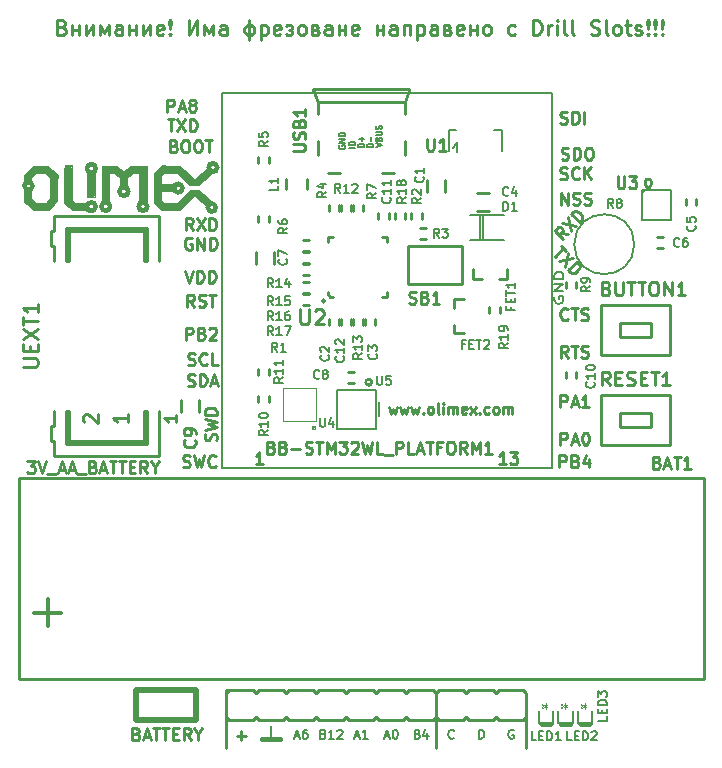
<source format=gbr>
G04 #@! TF.GenerationSoftware,KiCad,Pcbnew,5.1.0-rc2-unknown-036be7d~80~ubuntu16.04.1*
G04 #@! TF.CreationDate,2022-05-16T13:48:37+03:00*
G04 #@! TF.ProjectId,LoRa-STM32WL-DevKit_RevD,4c6f5261-2d53-4544-9d33-32574c2d4465,D*
G04 #@! TF.SameCoordinates,Original*
G04 #@! TF.FileFunction,Legend,Top*
G04 #@! TF.FilePolarity,Positive*
%FSLAX46Y46*%
G04 Gerber Fmt 4.6, Leading zero omitted, Abs format (unit mm)*
G04 Created by KiCad (PCBNEW 5.1.0-rc2-unknown-036be7d~80~ubuntu16.04.1) date 2022-05-16 13:48:37*
%MOMM*%
%LPD*%
G04 APERTURE LIST*
%ADD10C,0.254000*%
%ADD11C,0.222250*%
%ADD12C,0.190500*%
%ADD13C,0.350000*%
%ADD14C,0.400000*%
%ADD15C,0.160000*%
%ADD16C,0.127000*%
%ADD17C,0.100000*%
%ADD18C,0.050000*%
%ADD19C,0.150000*%
%ADD20C,0.508000*%
%ADD21C,0.700000*%
%ADD22C,0.500000*%
%ADD23C,0.200000*%
G04 APERTURE END LIST*
D10*
X55547380Y-117807619D02*
X56176333Y-117807619D01*
X55837666Y-118194666D01*
X55982809Y-118194666D01*
X56079571Y-118243047D01*
X56127952Y-118291428D01*
X56176333Y-118388190D01*
X56176333Y-118630095D01*
X56127952Y-118726857D01*
X56079571Y-118775238D01*
X55982809Y-118823619D01*
X55692523Y-118823619D01*
X55595761Y-118775238D01*
X55547380Y-118726857D01*
X56466619Y-117807619D02*
X56805285Y-118823619D01*
X57143952Y-117807619D01*
X57240714Y-118920380D02*
X58014809Y-118920380D01*
X58208333Y-118533333D02*
X58692142Y-118533333D01*
X58111571Y-118823619D02*
X58450238Y-117807619D01*
X58788904Y-118823619D01*
X59079190Y-118533333D02*
X59563000Y-118533333D01*
X58982428Y-118823619D02*
X59321095Y-117807619D01*
X59659761Y-118823619D01*
X59756523Y-118920380D02*
X60530619Y-118920380D01*
X61111190Y-118291428D02*
X61256333Y-118339809D01*
X61304714Y-118388190D01*
X61353095Y-118484952D01*
X61353095Y-118630095D01*
X61304714Y-118726857D01*
X61256333Y-118775238D01*
X61159571Y-118823619D01*
X60772523Y-118823619D01*
X60772523Y-117807619D01*
X61111190Y-117807619D01*
X61207952Y-117856000D01*
X61256333Y-117904380D01*
X61304714Y-118001142D01*
X61304714Y-118097904D01*
X61256333Y-118194666D01*
X61207952Y-118243047D01*
X61111190Y-118291428D01*
X60772523Y-118291428D01*
X61740142Y-118533333D02*
X62223952Y-118533333D01*
X61643380Y-118823619D02*
X61982047Y-117807619D01*
X62320714Y-118823619D01*
X62514238Y-117807619D02*
X63094809Y-117807619D01*
X62804523Y-118823619D02*
X62804523Y-117807619D01*
X63288333Y-117807619D02*
X63868904Y-117807619D01*
X63578619Y-118823619D02*
X63578619Y-117807619D01*
X64207571Y-118291428D02*
X64546238Y-118291428D01*
X64691380Y-118823619D02*
X64207571Y-118823619D01*
X64207571Y-117807619D01*
X64691380Y-117807619D01*
X65707380Y-118823619D02*
X65368714Y-118339809D01*
X65126809Y-118823619D02*
X65126809Y-117807619D01*
X65513857Y-117807619D01*
X65610619Y-117856000D01*
X65659000Y-117904380D01*
X65707380Y-118001142D01*
X65707380Y-118146285D01*
X65659000Y-118243047D01*
X65610619Y-118291428D01*
X65513857Y-118339809D01*
X65126809Y-118339809D01*
X66336333Y-118339809D02*
X66336333Y-118823619D01*
X65997666Y-117807619D02*
X66336333Y-118339809D01*
X66675000Y-117807619D01*
X79754642Y-114919075D02*
X79756000Y-114935000D01*
X96072476Y-118061619D02*
X95491904Y-118061619D01*
X95782190Y-118061619D02*
X95782190Y-117045619D01*
X95685428Y-117190761D01*
X95588666Y-117287523D01*
X95491904Y-117335904D01*
X96411142Y-117045619D02*
X97040095Y-117045619D01*
X96701428Y-117432666D01*
X96846571Y-117432666D01*
X96943333Y-117481047D01*
X96991714Y-117529428D01*
X97040095Y-117626190D01*
X97040095Y-117868095D01*
X96991714Y-117964857D01*
X96943333Y-118013238D01*
X96846571Y-118061619D01*
X96556285Y-118061619D01*
X96459523Y-118013238D01*
X96411142Y-117964857D01*
D11*
X86190666Y-113220500D02*
X86360000Y-113813166D01*
X86529333Y-113389833D01*
X86698666Y-113813166D01*
X86868000Y-113220500D01*
X87122000Y-113220500D02*
X87291333Y-113813166D01*
X87460666Y-113389833D01*
X87630000Y-113813166D01*
X87799333Y-113220500D01*
X88053333Y-113220500D02*
X88222666Y-113813166D01*
X88392000Y-113389833D01*
X88561333Y-113813166D01*
X88730666Y-113220500D01*
X89069333Y-113728500D02*
X89111666Y-113770833D01*
X89069333Y-113813166D01*
X89027000Y-113770833D01*
X89069333Y-113728500D01*
X89069333Y-113813166D01*
X89619666Y-113813166D02*
X89535000Y-113770833D01*
X89492666Y-113728500D01*
X89450333Y-113643833D01*
X89450333Y-113389833D01*
X89492666Y-113305166D01*
X89535000Y-113262833D01*
X89619666Y-113220500D01*
X89746666Y-113220500D01*
X89831333Y-113262833D01*
X89873666Y-113305166D01*
X89916000Y-113389833D01*
X89916000Y-113643833D01*
X89873666Y-113728500D01*
X89831333Y-113770833D01*
X89746666Y-113813166D01*
X89619666Y-113813166D01*
X90424000Y-113813166D02*
X90339333Y-113770833D01*
X90297000Y-113686166D01*
X90297000Y-112924166D01*
X90762666Y-113813166D02*
X90762666Y-113220500D01*
X90762666Y-112924166D02*
X90720333Y-112966500D01*
X90762666Y-113008833D01*
X90805000Y-112966500D01*
X90762666Y-112924166D01*
X90762666Y-113008833D01*
X91186000Y-113813166D02*
X91186000Y-113220500D01*
X91186000Y-113305166D02*
X91228333Y-113262833D01*
X91313000Y-113220500D01*
X91440000Y-113220500D01*
X91524666Y-113262833D01*
X91567000Y-113347500D01*
X91567000Y-113813166D01*
X91567000Y-113347500D02*
X91609333Y-113262833D01*
X91694000Y-113220500D01*
X91821000Y-113220500D01*
X91905666Y-113262833D01*
X91948000Y-113347500D01*
X91948000Y-113813166D01*
X92710000Y-113770833D02*
X92625333Y-113813166D01*
X92456000Y-113813166D01*
X92371333Y-113770833D01*
X92329000Y-113686166D01*
X92329000Y-113347500D01*
X92371333Y-113262833D01*
X92456000Y-113220500D01*
X92625333Y-113220500D01*
X92710000Y-113262833D01*
X92752333Y-113347500D01*
X92752333Y-113432166D01*
X92329000Y-113516833D01*
X93048666Y-113813166D02*
X93514333Y-113220500D01*
X93048666Y-113220500D02*
X93514333Y-113813166D01*
X93853000Y-113728500D02*
X93895333Y-113770833D01*
X93853000Y-113813166D01*
X93810666Y-113770833D01*
X93853000Y-113728500D01*
X93853000Y-113813166D01*
X94657333Y-113770833D02*
X94572666Y-113813166D01*
X94403333Y-113813166D01*
X94318666Y-113770833D01*
X94276333Y-113728500D01*
X94234000Y-113643833D01*
X94234000Y-113389833D01*
X94276333Y-113305166D01*
X94318666Y-113262833D01*
X94403333Y-113220500D01*
X94572666Y-113220500D01*
X94657333Y-113262833D01*
X95165333Y-113813166D02*
X95080666Y-113770833D01*
X95038333Y-113728500D01*
X94996000Y-113643833D01*
X94996000Y-113389833D01*
X95038333Y-113305166D01*
X95080666Y-113262833D01*
X95165333Y-113220500D01*
X95292333Y-113220500D01*
X95377000Y-113262833D01*
X95419333Y-113305166D01*
X95461666Y-113389833D01*
X95461666Y-113643833D01*
X95419333Y-113728500D01*
X95377000Y-113770833D01*
X95292333Y-113813166D01*
X95165333Y-113813166D01*
X95842666Y-113813166D02*
X95842666Y-113220500D01*
X95842666Y-113305166D02*
X95885000Y-113262833D01*
X95969666Y-113220500D01*
X96096666Y-113220500D01*
X96181333Y-113262833D01*
X96223666Y-113347500D01*
X96223666Y-113813166D01*
X96223666Y-113347500D02*
X96266000Y-113262833D01*
X96350666Y-113220500D01*
X96477666Y-113220500D01*
X96562333Y-113262833D01*
X96604666Y-113347500D01*
X96604666Y-113813166D01*
D12*
X100203000Y-103898095D02*
X100166714Y-103994857D01*
X100166714Y-104140000D01*
X100203000Y-104285142D01*
X100275571Y-104381904D01*
X100348142Y-104430285D01*
X100493285Y-104478666D01*
X100602142Y-104478666D01*
X100747285Y-104430285D01*
X100819857Y-104381904D01*
X100892428Y-104285142D01*
X100928714Y-104140000D01*
X100928714Y-104043238D01*
X100892428Y-103898095D01*
X100856142Y-103849714D01*
X100602142Y-103849714D01*
X100602142Y-104043238D01*
X100928714Y-103414285D02*
X100166714Y-103414285D01*
X100928714Y-102833714D01*
X100166714Y-102833714D01*
X100928714Y-102349904D02*
X100166714Y-102349904D01*
X100166714Y-102108000D01*
X100203000Y-101962857D01*
X100275571Y-101866095D01*
X100348142Y-101817714D01*
X100493285Y-101769333D01*
X100602142Y-101769333D01*
X100747285Y-101817714D01*
X100819857Y-101866095D01*
X100892428Y-101962857D01*
X100928714Y-102108000D01*
X100928714Y-102349904D01*
D10*
X75474285Y-118061619D02*
X74893714Y-118061619D01*
X75184000Y-118061619D02*
X75184000Y-117045619D01*
X75087238Y-117190761D01*
X74990476Y-117287523D01*
X74893714Y-117335904D01*
X100777523Y-92232238D02*
X100922666Y-92280619D01*
X101164571Y-92280619D01*
X101261333Y-92232238D01*
X101309714Y-92183857D01*
X101358095Y-92087095D01*
X101358095Y-91990333D01*
X101309714Y-91893571D01*
X101261333Y-91845190D01*
X101164571Y-91796809D01*
X100971047Y-91748428D01*
X100874285Y-91700047D01*
X100825904Y-91651666D01*
X100777523Y-91554904D01*
X100777523Y-91458142D01*
X100825904Y-91361380D01*
X100874285Y-91313000D01*
X100971047Y-91264619D01*
X101212952Y-91264619D01*
X101358095Y-91313000D01*
X101793523Y-92280619D02*
X101793523Y-91264619D01*
X102035428Y-91264619D01*
X102180571Y-91313000D01*
X102277333Y-91409761D01*
X102325714Y-91506523D01*
X102374095Y-91700047D01*
X102374095Y-91845190D01*
X102325714Y-92038714D01*
X102277333Y-92135476D01*
X102180571Y-92232238D01*
X102035428Y-92280619D01*
X101793523Y-92280619D01*
X103003047Y-91264619D02*
X103196571Y-91264619D01*
X103293333Y-91313000D01*
X103390095Y-91409761D01*
X103438476Y-91603285D01*
X103438476Y-91941952D01*
X103390095Y-92135476D01*
X103293333Y-92232238D01*
X103196571Y-92280619D01*
X103003047Y-92280619D01*
X102906285Y-92232238D01*
X102809523Y-92135476D01*
X102761142Y-91941952D01*
X102761142Y-91603285D01*
X102809523Y-91409761D01*
X102906285Y-91313000D01*
X103003047Y-91264619D01*
X100686809Y-89184238D02*
X100831952Y-89232619D01*
X101073857Y-89232619D01*
X101170619Y-89184238D01*
X101219000Y-89135857D01*
X101267380Y-89039095D01*
X101267380Y-88942333D01*
X101219000Y-88845571D01*
X101170619Y-88797190D01*
X101073857Y-88748809D01*
X100880333Y-88700428D01*
X100783571Y-88652047D01*
X100735190Y-88603666D01*
X100686809Y-88506904D01*
X100686809Y-88410142D01*
X100735190Y-88313380D01*
X100783571Y-88265000D01*
X100880333Y-88216619D01*
X101122238Y-88216619D01*
X101267380Y-88265000D01*
X101702809Y-89232619D02*
X101702809Y-88216619D01*
X101944714Y-88216619D01*
X102089857Y-88265000D01*
X102186619Y-88361761D01*
X102235000Y-88458523D01*
X102283380Y-88652047D01*
X102283380Y-88797190D01*
X102235000Y-88990714D01*
X102186619Y-89087476D01*
X102089857Y-89184238D01*
X101944714Y-89232619D01*
X101702809Y-89232619D01*
X102718809Y-89232619D02*
X102718809Y-88216619D01*
X100674714Y-93883238D02*
X100819857Y-93931619D01*
X101061761Y-93931619D01*
X101158523Y-93883238D01*
X101206904Y-93834857D01*
X101255285Y-93738095D01*
X101255285Y-93641333D01*
X101206904Y-93544571D01*
X101158523Y-93496190D01*
X101061761Y-93447809D01*
X100868238Y-93399428D01*
X100771476Y-93351047D01*
X100723095Y-93302666D01*
X100674714Y-93205904D01*
X100674714Y-93109142D01*
X100723095Y-93012380D01*
X100771476Y-92964000D01*
X100868238Y-92915619D01*
X101110142Y-92915619D01*
X101255285Y-92964000D01*
X102271285Y-93834857D02*
X102222904Y-93883238D01*
X102077761Y-93931619D01*
X101981000Y-93931619D01*
X101835857Y-93883238D01*
X101739095Y-93786476D01*
X101690714Y-93689714D01*
X101642333Y-93496190D01*
X101642333Y-93351047D01*
X101690714Y-93157523D01*
X101739095Y-93060761D01*
X101835857Y-92964000D01*
X101981000Y-92915619D01*
X102077761Y-92915619D01*
X102222904Y-92964000D01*
X102271285Y-93012380D01*
X102706714Y-93931619D02*
X102706714Y-92915619D01*
X103287285Y-93931619D02*
X102851857Y-93351047D01*
X103287285Y-92915619D02*
X102706714Y-93496190D01*
X100723095Y-96090619D02*
X100723095Y-95074619D01*
X101303666Y-96090619D01*
X101303666Y-95074619D01*
X101739095Y-96042238D02*
X101884238Y-96090619D01*
X102126142Y-96090619D01*
X102222904Y-96042238D01*
X102271285Y-95993857D01*
X102319666Y-95897095D01*
X102319666Y-95800333D01*
X102271285Y-95703571D01*
X102222904Y-95655190D01*
X102126142Y-95606809D01*
X101932619Y-95558428D01*
X101835857Y-95510047D01*
X101787476Y-95461666D01*
X101739095Y-95364904D01*
X101739095Y-95268142D01*
X101787476Y-95171380D01*
X101835857Y-95123000D01*
X101932619Y-95074619D01*
X102174523Y-95074619D01*
X102319666Y-95123000D01*
X102706714Y-96042238D02*
X102851857Y-96090619D01*
X103093761Y-96090619D01*
X103190523Y-96042238D01*
X103238904Y-95993857D01*
X103287285Y-95897095D01*
X103287285Y-95800333D01*
X103238904Y-95703571D01*
X103190523Y-95655190D01*
X103093761Y-95606809D01*
X102900238Y-95558428D01*
X102803476Y-95510047D01*
X102755095Y-95461666D01*
X102706714Y-95364904D01*
X102706714Y-95268142D01*
X102755095Y-95171380D01*
X102803476Y-95123000D01*
X102900238Y-95074619D01*
X103142142Y-95074619D01*
X103287285Y-95123000D01*
X101319052Y-98593946D02*
X100737474Y-98491315D01*
X100908526Y-99004472D02*
X100190106Y-98286052D01*
X100463790Y-98012368D01*
X100566421Y-97978157D01*
X100634842Y-97978157D01*
X100737474Y-98012368D01*
X100840105Y-98114999D01*
X100874316Y-98217631D01*
X100874316Y-98286052D01*
X100840105Y-98388683D01*
X100566421Y-98662367D01*
X100840105Y-97636052D02*
X102037473Y-97875526D01*
X101319052Y-97157105D02*
X101558526Y-98354473D01*
X102311157Y-97601842D02*
X101592736Y-96883421D01*
X101763789Y-96712369D01*
X101900631Y-96643948D01*
X102037473Y-96643948D01*
X102140104Y-96678158D01*
X102311157Y-96780790D01*
X102413788Y-96883421D01*
X102516420Y-97054474D01*
X102550630Y-97157105D01*
X102550630Y-97293947D01*
X102482209Y-97430789D01*
X102311157Y-97601842D01*
X100731242Y-99588801D02*
X101141768Y-99999327D01*
X100218085Y-100512484D02*
X100936505Y-99794064D01*
X101312820Y-100170379D02*
X101073347Y-101367746D01*
X101791767Y-100649326D02*
X100594400Y-100888799D01*
X101347031Y-101641430D02*
X102065451Y-100923010D01*
X102236504Y-101094062D01*
X102304925Y-101230904D01*
X102304925Y-101367746D01*
X102270714Y-101470378D01*
X102168083Y-101641430D01*
X102065451Y-101744062D01*
X101894399Y-101846693D01*
X101791767Y-101880904D01*
X101654925Y-101880904D01*
X101518083Y-101812483D01*
X101347031Y-101641430D01*
X100668666Y-116410619D02*
X100668666Y-115394619D01*
X101055714Y-115394619D01*
X101152476Y-115443000D01*
X101200857Y-115491380D01*
X101249238Y-115588142D01*
X101249238Y-115733285D01*
X101200857Y-115830047D01*
X101152476Y-115878428D01*
X101055714Y-115926809D01*
X100668666Y-115926809D01*
X101636285Y-116120333D02*
X102120095Y-116120333D01*
X101539523Y-116410619D02*
X101878190Y-115394619D01*
X102216857Y-116410619D01*
X102749047Y-115394619D02*
X102845809Y-115394619D01*
X102942571Y-115443000D01*
X102990952Y-115491380D01*
X103039333Y-115588142D01*
X103087714Y-115781666D01*
X103087714Y-116023571D01*
X103039333Y-116217095D01*
X102990952Y-116313857D01*
X102942571Y-116362238D01*
X102845809Y-116410619D01*
X102749047Y-116410619D01*
X102652285Y-116362238D01*
X102603904Y-116313857D01*
X102555523Y-116217095D01*
X102507142Y-116023571D01*
X102507142Y-115781666D01*
X102555523Y-115588142D01*
X102603904Y-115491380D01*
X102652285Y-115443000D01*
X102749047Y-115394619D01*
X100668666Y-113235619D02*
X100668666Y-112219619D01*
X101055714Y-112219619D01*
X101152476Y-112268000D01*
X101200857Y-112316380D01*
X101249238Y-112413142D01*
X101249238Y-112558285D01*
X101200857Y-112655047D01*
X101152476Y-112703428D01*
X101055714Y-112751809D01*
X100668666Y-112751809D01*
X101636285Y-112945333D02*
X102120095Y-112945333D01*
X101539523Y-113235619D02*
X101878190Y-112219619D01*
X102216857Y-113235619D01*
X103087714Y-113235619D02*
X102507142Y-113235619D01*
X102797428Y-113235619D02*
X102797428Y-112219619D01*
X102700666Y-112364761D01*
X102603904Y-112461523D01*
X102507142Y-112509904D01*
X101297619Y-109044619D02*
X100958952Y-108560809D01*
X100717047Y-109044619D02*
X100717047Y-108028619D01*
X101104095Y-108028619D01*
X101200857Y-108077000D01*
X101249238Y-108125380D01*
X101297619Y-108222142D01*
X101297619Y-108367285D01*
X101249238Y-108464047D01*
X101200857Y-108512428D01*
X101104095Y-108560809D01*
X100717047Y-108560809D01*
X101587904Y-108028619D02*
X102168476Y-108028619D01*
X101878190Y-109044619D02*
X101878190Y-108028619D01*
X102458761Y-108996238D02*
X102603904Y-109044619D01*
X102845809Y-109044619D01*
X102942571Y-108996238D01*
X102990952Y-108947857D01*
X103039333Y-108851095D01*
X103039333Y-108754333D01*
X102990952Y-108657571D01*
X102942571Y-108609190D01*
X102845809Y-108560809D01*
X102652285Y-108512428D01*
X102555523Y-108464047D01*
X102507142Y-108415666D01*
X102458761Y-108318904D01*
X102458761Y-108222142D01*
X102507142Y-108125380D01*
X102555523Y-108077000D01*
X102652285Y-108028619D01*
X102894190Y-108028619D01*
X103039333Y-108077000D01*
X67394666Y-88216619D02*
X67394666Y-87200619D01*
X67781714Y-87200619D01*
X67878476Y-87249000D01*
X67926857Y-87297380D01*
X67975238Y-87394142D01*
X67975238Y-87539285D01*
X67926857Y-87636047D01*
X67878476Y-87684428D01*
X67781714Y-87732809D01*
X67394666Y-87732809D01*
X68362285Y-87926333D02*
X68846095Y-87926333D01*
X68265523Y-88216619D02*
X68604190Y-87200619D01*
X68942857Y-88216619D01*
X69426666Y-87636047D02*
X69329904Y-87587666D01*
X69281523Y-87539285D01*
X69233142Y-87442523D01*
X69233142Y-87394142D01*
X69281523Y-87297380D01*
X69329904Y-87249000D01*
X69426666Y-87200619D01*
X69620190Y-87200619D01*
X69716952Y-87249000D01*
X69765333Y-87297380D01*
X69813714Y-87394142D01*
X69813714Y-87442523D01*
X69765333Y-87539285D01*
X69716952Y-87587666D01*
X69620190Y-87636047D01*
X69426666Y-87636047D01*
X69329904Y-87684428D01*
X69281523Y-87732809D01*
X69233142Y-87829571D01*
X69233142Y-88023095D01*
X69281523Y-88119857D01*
X69329904Y-88168238D01*
X69426666Y-88216619D01*
X69620190Y-88216619D01*
X69716952Y-88168238D01*
X69765333Y-88119857D01*
X69813714Y-88023095D01*
X69813714Y-87829571D01*
X69765333Y-87732809D01*
X69716952Y-87684428D01*
X69620190Y-87636047D01*
X67424904Y-88851619D02*
X68005476Y-88851619D01*
X67715190Y-89867619D02*
X67715190Y-88851619D01*
X68247380Y-88851619D02*
X68924714Y-89867619D01*
X68924714Y-88851619D02*
X68247380Y-89867619D01*
X69311761Y-89867619D02*
X69311761Y-88851619D01*
X69553666Y-88851619D01*
X69698809Y-88900000D01*
X69795571Y-88996761D01*
X69843952Y-89093523D01*
X69892333Y-89287047D01*
X69892333Y-89432190D01*
X69843952Y-89625714D01*
X69795571Y-89722476D01*
X69698809Y-89819238D01*
X69553666Y-89867619D01*
X69311761Y-89867619D01*
X67963142Y-91113428D02*
X68108285Y-91161809D01*
X68156666Y-91210190D01*
X68205047Y-91306952D01*
X68205047Y-91452095D01*
X68156666Y-91548857D01*
X68108285Y-91597238D01*
X68011523Y-91645619D01*
X67624476Y-91645619D01*
X67624476Y-90629619D01*
X67963142Y-90629619D01*
X68059904Y-90678000D01*
X68108285Y-90726380D01*
X68156666Y-90823142D01*
X68156666Y-90919904D01*
X68108285Y-91016666D01*
X68059904Y-91065047D01*
X67963142Y-91113428D01*
X67624476Y-91113428D01*
X68834000Y-90629619D02*
X69027523Y-90629619D01*
X69124285Y-90678000D01*
X69221047Y-90774761D01*
X69269428Y-90968285D01*
X69269428Y-91306952D01*
X69221047Y-91500476D01*
X69124285Y-91597238D01*
X69027523Y-91645619D01*
X68834000Y-91645619D01*
X68737238Y-91597238D01*
X68640476Y-91500476D01*
X68592095Y-91306952D01*
X68592095Y-90968285D01*
X68640476Y-90774761D01*
X68737238Y-90678000D01*
X68834000Y-90629619D01*
X69898380Y-90629619D02*
X70091904Y-90629619D01*
X70188666Y-90678000D01*
X70285428Y-90774761D01*
X70333809Y-90968285D01*
X70333809Y-91306952D01*
X70285428Y-91500476D01*
X70188666Y-91597238D01*
X70091904Y-91645619D01*
X69898380Y-91645619D01*
X69801619Y-91597238D01*
X69704857Y-91500476D01*
X69656476Y-91306952D01*
X69656476Y-90968285D01*
X69704857Y-90774761D01*
X69801619Y-90678000D01*
X69898380Y-90629619D01*
X70624095Y-90629619D02*
X71204666Y-90629619D01*
X70914380Y-91645619D02*
X70914380Y-90629619D01*
X69553666Y-98249619D02*
X69215000Y-97765809D01*
X68973095Y-98249619D02*
X68973095Y-97233619D01*
X69360142Y-97233619D01*
X69456904Y-97282000D01*
X69505285Y-97330380D01*
X69553666Y-97427142D01*
X69553666Y-97572285D01*
X69505285Y-97669047D01*
X69456904Y-97717428D01*
X69360142Y-97765809D01*
X68973095Y-97765809D01*
X69892333Y-97233619D02*
X70569666Y-98249619D01*
X70569666Y-97233619D02*
X69892333Y-98249619D01*
X70956714Y-98249619D02*
X70956714Y-97233619D01*
X71198619Y-97233619D01*
X71343761Y-97282000D01*
X71440523Y-97378761D01*
X71488904Y-97475523D01*
X71537285Y-97669047D01*
X71537285Y-97814190D01*
X71488904Y-98007714D01*
X71440523Y-98104476D01*
X71343761Y-98201238D01*
X71198619Y-98249619D01*
X70956714Y-98249619D01*
X101297619Y-105772857D02*
X101249238Y-105821238D01*
X101104095Y-105869619D01*
X101007333Y-105869619D01*
X100862190Y-105821238D01*
X100765428Y-105724476D01*
X100717047Y-105627714D01*
X100668666Y-105434190D01*
X100668666Y-105289047D01*
X100717047Y-105095523D01*
X100765428Y-104998761D01*
X100862190Y-104902000D01*
X101007333Y-104853619D01*
X101104095Y-104853619D01*
X101249238Y-104902000D01*
X101297619Y-104950380D01*
X101587904Y-104853619D02*
X102168476Y-104853619D01*
X101878190Y-105869619D02*
X101878190Y-104853619D01*
X102458761Y-105821238D02*
X102603904Y-105869619D01*
X102845809Y-105869619D01*
X102942571Y-105821238D01*
X102990952Y-105772857D01*
X103039333Y-105676095D01*
X103039333Y-105579333D01*
X102990952Y-105482571D01*
X102942571Y-105434190D01*
X102845809Y-105385809D01*
X102652285Y-105337428D01*
X102555523Y-105289047D01*
X102507142Y-105240666D01*
X102458761Y-105143904D01*
X102458761Y-105047142D01*
X102507142Y-104950380D01*
X102555523Y-104902000D01*
X102652285Y-104853619D01*
X102894190Y-104853619D01*
X103039333Y-104902000D01*
X69456904Y-98933000D02*
X69360142Y-98884619D01*
X69215000Y-98884619D01*
X69069857Y-98933000D01*
X68973095Y-99029761D01*
X68924714Y-99126523D01*
X68876333Y-99320047D01*
X68876333Y-99465190D01*
X68924714Y-99658714D01*
X68973095Y-99755476D01*
X69069857Y-99852238D01*
X69215000Y-99900619D01*
X69311761Y-99900619D01*
X69456904Y-99852238D01*
X69505285Y-99803857D01*
X69505285Y-99465190D01*
X69311761Y-99465190D01*
X69940714Y-99900619D02*
X69940714Y-98884619D01*
X70521285Y-99900619D01*
X70521285Y-98884619D01*
X71005095Y-99900619D02*
X71005095Y-98884619D01*
X71247000Y-98884619D01*
X71392142Y-98933000D01*
X71488904Y-99029761D01*
X71537285Y-99126523D01*
X71585666Y-99320047D01*
X71585666Y-99465190D01*
X71537285Y-99658714D01*
X71488904Y-99755476D01*
X71392142Y-99852238D01*
X71247000Y-99900619D01*
X71005095Y-99900619D01*
X68876333Y-101678619D02*
X69215000Y-102694619D01*
X69553666Y-101678619D01*
X69892333Y-102694619D02*
X69892333Y-101678619D01*
X70134238Y-101678619D01*
X70279380Y-101727000D01*
X70376142Y-101823761D01*
X70424523Y-101920523D01*
X70472904Y-102114047D01*
X70472904Y-102259190D01*
X70424523Y-102452714D01*
X70376142Y-102549476D01*
X70279380Y-102646238D01*
X70134238Y-102694619D01*
X69892333Y-102694619D01*
X70908333Y-102694619D02*
X70908333Y-101678619D01*
X71150238Y-101678619D01*
X71295380Y-101727000D01*
X71392142Y-101823761D01*
X71440523Y-101920523D01*
X71488904Y-102114047D01*
X71488904Y-102259190D01*
X71440523Y-102452714D01*
X71392142Y-102549476D01*
X71295380Y-102646238D01*
X71150238Y-102694619D01*
X70908333Y-102694619D01*
X69674619Y-104726619D02*
X69335952Y-104242809D01*
X69094047Y-104726619D02*
X69094047Y-103710619D01*
X69481095Y-103710619D01*
X69577857Y-103759000D01*
X69626238Y-103807380D01*
X69674619Y-103904142D01*
X69674619Y-104049285D01*
X69626238Y-104146047D01*
X69577857Y-104194428D01*
X69481095Y-104242809D01*
X69094047Y-104242809D01*
X70061666Y-104678238D02*
X70206809Y-104726619D01*
X70448714Y-104726619D01*
X70545476Y-104678238D01*
X70593857Y-104629857D01*
X70642238Y-104533095D01*
X70642238Y-104436333D01*
X70593857Y-104339571D01*
X70545476Y-104291190D01*
X70448714Y-104242809D01*
X70255190Y-104194428D01*
X70158428Y-104146047D01*
X70110047Y-104097666D01*
X70061666Y-104000904D01*
X70061666Y-103904142D01*
X70110047Y-103807380D01*
X70158428Y-103759000D01*
X70255190Y-103710619D01*
X70497095Y-103710619D01*
X70642238Y-103759000D01*
X70932523Y-103710619D02*
X71513095Y-103710619D01*
X71222809Y-104726619D02*
X71222809Y-103710619D01*
X68973095Y-107520619D02*
X68973095Y-106504619D01*
X69360142Y-106504619D01*
X69456904Y-106553000D01*
X69505285Y-106601380D01*
X69553666Y-106698142D01*
X69553666Y-106843285D01*
X69505285Y-106940047D01*
X69456904Y-106988428D01*
X69360142Y-107036809D01*
X68973095Y-107036809D01*
X70327761Y-106988428D02*
X70472904Y-107036809D01*
X70521285Y-107085190D01*
X70569666Y-107181952D01*
X70569666Y-107327095D01*
X70521285Y-107423857D01*
X70472904Y-107472238D01*
X70376142Y-107520619D01*
X69989095Y-107520619D01*
X69989095Y-106504619D01*
X70327761Y-106504619D01*
X70424523Y-106553000D01*
X70472904Y-106601380D01*
X70521285Y-106698142D01*
X70521285Y-106794904D01*
X70472904Y-106891666D01*
X70424523Y-106940047D01*
X70327761Y-106988428D01*
X69989095Y-106988428D01*
X70956714Y-106601380D02*
X71005095Y-106553000D01*
X71101857Y-106504619D01*
X71343761Y-106504619D01*
X71440523Y-106553000D01*
X71488904Y-106601380D01*
X71537285Y-106698142D01*
X71537285Y-106794904D01*
X71488904Y-106940047D01*
X70908333Y-107520619D01*
X71537285Y-107520619D01*
X69148476Y-109631238D02*
X69293619Y-109679619D01*
X69535523Y-109679619D01*
X69632285Y-109631238D01*
X69680666Y-109582857D01*
X69729047Y-109486095D01*
X69729047Y-109389333D01*
X69680666Y-109292571D01*
X69632285Y-109244190D01*
X69535523Y-109195809D01*
X69342000Y-109147428D01*
X69245238Y-109099047D01*
X69196857Y-109050666D01*
X69148476Y-108953904D01*
X69148476Y-108857142D01*
X69196857Y-108760380D01*
X69245238Y-108712000D01*
X69342000Y-108663619D01*
X69583904Y-108663619D01*
X69729047Y-108712000D01*
X70745047Y-109582857D02*
X70696666Y-109631238D01*
X70551523Y-109679619D01*
X70454761Y-109679619D01*
X70309619Y-109631238D01*
X70212857Y-109534476D01*
X70164476Y-109437714D01*
X70116095Y-109244190D01*
X70116095Y-109099047D01*
X70164476Y-108905523D01*
X70212857Y-108808761D01*
X70309619Y-108712000D01*
X70454761Y-108663619D01*
X70551523Y-108663619D01*
X70696666Y-108712000D01*
X70745047Y-108760380D01*
X71664285Y-109679619D02*
X71180476Y-109679619D01*
X71180476Y-108663619D01*
X69124285Y-111409238D02*
X69269428Y-111457619D01*
X69511333Y-111457619D01*
X69608095Y-111409238D01*
X69656476Y-111360857D01*
X69704857Y-111264095D01*
X69704857Y-111167333D01*
X69656476Y-111070571D01*
X69608095Y-111022190D01*
X69511333Y-110973809D01*
X69317809Y-110925428D01*
X69221047Y-110877047D01*
X69172666Y-110828666D01*
X69124285Y-110731904D01*
X69124285Y-110635142D01*
X69172666Y-110538380D01*
X69221047Y-110490000D01*
X69317809Y-110441619D01*
X69559714Y-110441619D01*
X69704857Y-110490000D01*
X70140285Y-111457619D02*
X70140285Y-110441619D01*
X70382190Y-110441619D01*
X70527333Y-110490000D01*
X70624095Y-110586761D01*
X70672476Y-110683523D01*
X70720857Y-110877047D01*
X70720857Y-111022190D01*
X70672476Y-111215714D01*
X70624095Y-111312476D01*
X70527333Y-111409238D01*
X70382190Y-111457619D01*
X70140285Y-111457619D01*
X71107904Y-111167333D02*
X71591714Y-111167333D01*
X71011142Y-111457619D02*
X71349809Y-110441619D01*
X71688476Y-111457619D01*
X71531238Y-116059857D02*
X71579619Y-115914714D01*
X71579619Y-115672809D01*
X71531238Y-115576047D01*
X71482857Y-115527666D01*
X71386095Y-115479285D01*
X71289333Y-115479285D01*
X71192571Y-115527666D01*
X71144190Y-115576047D01*
X71095809Y-115672809D01*
X71047428Y-115866333D01*
X70999047Y-115963095D01*
X70950666Y-116011476D01*
X70853904Y-116059857D01*
X70757142Y-116059857D01*
X70660380Y-116011476D01*
X70612000Y-115963095D01*
X70563619Y-115866333D01*
X70563619Y-115624428D01*
X70612000Y-115479285D01*
X70563619Y-115140619D02*
X71579619Y-114898714D01*
X70853904Y-114705190D01*
X71579619Y-114511666D01*
X70563619Y-114269761D01*
X71579619Y-113882714D02*
X70563619Y-113882714D01*
X70563619Y-113640809D01*
X70612000Y-113495666D01*
X70708761Y-113398904D01*
X70805523Y-113350523D01*
X70999047Y-113302142D01*
X71144190Y-113302142D01*
X71337714Y-113350523D01*
X71434476Y-113398904D01*
X71531238Y-113495666D01*
X71579619Y-113640809D01*
X71579619Y-113882714D01*
X68725142Y-118267238D02*
X68870285Y-118315619D01*
X69112190Y-118315619D01*
X69208952Y-118267238D01*
X69257333Y-118218857D01*
X69305714Y-118122095D01*
X69305714Y-118025333D01*
X69257333Y-117928571D01*
X69208952Y-117880190D01*
X69112190Y-117831809D01*
X68918666Y-117783428D01*
X68821904Y-117735047D01*
X68773523Y-117686666D01*
X68725142Y-117589904D01*
X68725142Y-117493142D01*
X68773523Y-117396380D01*
X68821904Y-117348000D01*
X68918666Y-117299619D01*
X69160571Y-117299619D01*
X69305714Y-117348000D01*
X69644380Y-117299619D02*
X69886285Y-118315619D01*
X70079809Y-117589904D01*
X70273333Y-118315619D01*
X70515238Y-117299619D01*
X71482857Y-118218857D02*
X71434476Y-118267238D01*
X71289333Y-118315619D01*
X71192571Y-118315619D01*
X71047428Y-118267238D01*
X70950666Y-118170476D01*
X70902285Y-118073714D01*
X70853904Y-117880190D01*
X70853904Y-117735047D01*
X70902285Y-117541523D01*
X70950666Y-117444761D01*
X71047428Y-117348000D01*
X71192571Y-117299619D01*
X71289333Y-117299619D01*
X71434476Y-117348000D01*
X71482857Y-117396380D01*
X100596095Y-118315619D02*
X100596095Y-117299619D01*
X100983142Y-117299619D01*
X101079904Y-117348000D01*
X101128285Y-117396380D01*
X101176666Y-117493142D01*
X101176666Y-117638285D01*
X101128285Y-117735047D01*
X101079904Y-117783428D01*
X100983142Y-117831809D01*
X100596095Y-117831809D01*
X101950761Y-117783428D02*
X102095904Y-117831809D01*
X102144285Y-117880190D01*
X102192666Y-117976952D01*
X102192666Y-118122095D01*
X102144285Y-118218857D01*
X102095904Y-118267238D01*
X101999142Y-118315619D01*
X101612095Y-118315619D01*
X101612095Y-117299619D01*
X101950761Y-117299619D01*
X102047523Y-117348000D01*
X102095904Y-117396380D01*
X102144285Y-117493142D01*
X102144285Y-117589904D01*
X102095904Y-117686666D01*
X102047523Y-117735047D01*
X101950761Y-117783428D01*
X101612095Y-117783428D01*
X103063523Y-117638285D02*
X103063523Y-118315619D01*
X102821619Y-117251238D02*
X102579714Y-117976952D01*
X103208666Y-117976952D01*
X68150619Y-113882714D02*
X68150619Y-114463285D01*
X68150619Y-114173000D02*
X67134619Y-114173000D01*
X67279761Y-114269761D01*
X67376523Y-114366523D01*
X67424904Y-114463285D01*
D13*
X56134142Y-130643285D02*
X58419857Y-130643285D01*
X57277000Y-131786142D02*
X57277000Y-129500428D01*
D10*
X64770000Y-140897428D02*
X64915142Y-140945809D01*
X64963523Y-140994190D01*
X65011904Y-141090952D01*
X65011904Y-141236095D01*
X64963523Y-141332857D01*
X64915142Y-141381238D01*
X64818380Y-141429619D01*
X64431333Y-141429619D01*
X64431333Y-140413619D01*
X64770000Y-140413619D01*
X64866761Y-140462000D01*
X64915142Y-140510380D01*
X64963523Y-140607142D01*
X64963523Y-140703904D01*
X64915142Y-140800666D01*
X64866761Y-140849047D01*
X64770000Y-140897428D01*
X64431333Y-140897428D01*
X65398952Y-141139333D02*
X65882761Y-141139333D01*
X65302190Y-141429619D02*
X65640857Y-140413619D01*
X65979523Y-141429619D01*
X66173047Y-140413619D02*
X66753619Y-140413619D01*
X66463333Y-141429619D02*
X66463333Y-140413619D01*
X66947142Y-140413619D02*
X67527714Y-140413619D01*
X67237428Y-141429619D02*
X67237428Y-140413619D01*
X67866380Y-140897428D02*
X68205047Y-140897428D01*
X68350190Y-141429619D02*
X67866380Y-141429619D01*
X67866380Y-140413619D01*
X68350190Y-140413619D01*
X69366190Y-141429619D02*
X69027523Y-140945809D01*
X68785619Y-141429619D02*
X68785619Y-140413619D01*
X69172666Y-140413619D01*
X69269428Y-140462000D01*
X69317809Y-140510380D01*
X69366190Y-140607142D01*
X69366190Y-140752285D01*
X69317809Y-140849047D01*
X69269428Y-140897428D01*
X69172666Y-140945809D01*
X68785619Y-140945809D01*
X69995142Y-140945809D02*
X69995142Y-141429619D01*
X69656476Y-140413619D02*
X69995142Y-140945809D01*
X70333809Y-140413619D01*
D14*
X75438000Y-141351000D02*
X76962000Y-141351000D01*
D15*
X76200000Y-140208000D02*
X76200000Y-141351000D01*
D12*
X88591571Y-140915571D02*
X88700428Y-140951857D01*
X88736714Y-140988142D01*
X88773000Y-141060714D01*
X88773000Y-141169571D01*
X88736714Y-141242142D01*
X88700428Y-141278428D01*
X88627857Y-141314714D01*
X88337571Y-141314714D01*
X88337571Y-140552714D01*
X88591571Y-140552714D01*
X88664142Y-140589000D01*
X88700428Y-140625285D01*
X88736714Y-140697857D01*
X88736714Y-140770428D01*
X88700428Y-140843000D01*
X88664142Y-140879285D01*
X88591571Y-140915571D01*
X88337571Y-140915571D01*
X89426142Y-140806714D02*
X89426142Y-141314714D01*
X89244714Y-140516428D02*
X89063285Y-141060714D01*
X89535000Y-141060714D01*
X85815714Y-141097000D02*
X86178571Y-141097000D01*
X85743142Y-141314714D02*
X85997142Y-140552714D01*
X86251142Y-141314714D01*
X86650285Y-140552714D02*
X86722857Y-140552714D01*
X86795428Y-140589000D01*
X86831714Y-140625285D01*
X86868000Y-140697857D01*
X86904285Y-140843000D01*
X86904285Y-141024428D01*
X86868000Y-141169571D01*
X86831714Y-141242142D01*
X86795428Y-141278428D01*
X86722857Y-141314714D01*
X86650285Y-141314714D01*
X86577714Y-141278428D01*
X86541428Y-141242142D01*
X86505142Y-141169571D01*
X86468857Y-141024428D01*
X86468857Y-140843000D01*
X86505142Y-140697857D01*
X86541428Y-140625285D01*
X86577714Y-140589000D01*
X86650285Y-140552714D01*
X83275714Y-141097000D02*
X83638571Y-141097000D01*
X83203142Y-141314714D02*
X83457142Y-140552714D01*
X83711142Y-141314714D01*
X84364285Y-141314714D02*
X83928857Y-141314714D01*
X84146571Y-141314714D02*
X84146571Y-140552714D01*
X84074000Y-140661571D01*
X84001428Y-140734142D01*
X83928857Y-140770428D01*
X80608714Y-140915571D02*
X80717571Y-140951857D01*
X80753857Y-140988142D01*
X80790142Y-141060714D01*
X80790142Y-141169571D01*
X80753857Y-141242142D01*
X80717571Y-141278428D01*
X80645000Y-141314714D01*
X80354714Y-141314714D01*
X80354714Y-140552714D01*
X80608714Y-140552714D01*
X80681285Y-140589000D01*
X80717571Y-140625285D01*
X80753857Y-140697857D01*
X80753857Y-140770428D01*
X80717571Y-140843000D01*
X80681285Y-140879285D01*
X80608714Y-140915571D01*
X80354714Y-140915571D01*
X81515857Y-141314714D02*
X81080428Y-141314714D01*
X81298142Y-141314714D02*
X81298142Y-140552714D01*
X81225571Y-140661571D01*
X81153000Y-140734142D01*
X81080428Y-140770428D01*
X81806142Y-140625285D02*
X81842428Y-140589000D01*
X81915000Y-140552714D01*
X82096428Y-140552714D01*
X82169000Y-140589000D01*
X82205285Y-140625285D01*
X82241571Y-140697857D01*
X82241571Y-140770428D01*
X82205285Y-140879285D01*
X81769857Y-141314714D01*
X82241571Y-141314714D01*
X78195714Y-141097000D02*
X78558571Y-141097000D01*
X78123142Y-141314714D02*
X78377142Y-140552714D01*
X78631142Y-141314714D01*
X79211714Y-140552714D02*
X79066571Y-140552714D01*
X78994000Y-140589000D01*
X78957714Y-140625285D01*
X78885142Y-140734142D01*
X78848857Y-140879285D01*
X78848857Y-141169571D01*
X78885142Y-141242142D01*
X78921428Y-141278428D01*
X78994000Y-141314714D01*
X79139142Y-141314714D01*
X79211714Y-141278428D01*
X79248000Y-141242142D01*
X79284285Y-141169571D01*
X79284285Y-140988142D01*
X79248000Y-140915571D01*
X79211714Y-140879285D01*
X79139142Y-140843000D01*
X78994000Y-140843000D01*
X78921428Y-140879285D01*
X78885142Y-140915571D01*
X78848857Y-140988142D01*
D10*
X73272952Y-141042571D02*
X74047047Y-141042571D01*
X73660000Y-141429619D02*
X73660000Y-140655523D01*
X72390000Y-137414000D02*
X72390000Y-142113000D01*
D12*
X96719571Y-140589000D02*
X96647000Y-140552714D01*
X96538142Y-140552714D01*
X96429285Y-140589000D01*
X96356714Y-140661571D01*
X96320428Y-140734142D01*
X96284142Y-140879285D01*
X96284142Y-140988142D01*
X96320428Y-141133285D01*
X96356714Y-141205857D01*
X96429285Y-141278428D01*
X96538142Y-141314714D01*
X96610714Y-141314714D01*
X96719571Y-141278428D01*
X96755857Y-141242142D01*
X96755857Y-140988142D01*
X96610714Y-140988142D01*
X91675857Y-141242142D02*
X91639571Y-141278428D01*
X91530714Y-141314714D01*
X91458142Y-141314714D01*
X91349285Y-141278428D01*
X91276714Y-141205857D01*
X91240428Y-141133285D01*
X91204142Y-140988142D01*
X91204142Y-140879285D01*
X91240428Y-140734142D01*
X91276714Y-140661571D01*
X91349285Y-140589000D01*
X91458142Y-140552714D01*
X91530714Y-140552714D01*
X91639571Y-140589000D01*
X91675857Y-140625285D01*
X93780428Y-141314714D02*
X93780428Y-140552714D01*
X93961857Y-140552714D01*
X94070714Y-140589000D01*
X94143285Y-140661571D01*
X94179571Y-140734142D01*
X94215857Y-140879285D01*
X94215857Y-140988142D01*
X94179571Y-141133285D01*
X94143285Y-141205857D01*
X94070714Y-141278428D01*
X93961857Y-141314714D01*
X93780428Y-141314714D01*
D10*
X97790000Y-137541000D02*
X97790000Y-142113000D01*
X90170000Y-137414000D02*
X90170000Y-142113000D01*
D16*
X102158800Y-139954000D02*
X102158800Y-138938000D01*
X103378000Y-138938000D02*
X103378000Y-139954000D01*
D17*
X102743000Y-138297000D02*
X102743000Y-138817000D01*
X102853000Y-138467000D02*
X102633000Y-138467000D01*
X102853000Y-138467000D02*
X102753000Y-138577000D01*
X102633000Y-138467000D02*
X102733000Y-138567000D01*
X102853000Y-138657000D02*
X102633000Y-138657000D01*
D18*
X102497400Y-138734800D02*
X102387400Y-138604800D01*
X102388400Y-138603200D02*
X102398400Y-138683200D01*
X102388400Y-138603200D02*
X102468400Y-138603200D01*
X102388400Y-138387800D02*
X102468400Y-138387800D01*
X102388400Y-138387800D02*
X102398400Y-138467800D01*
X102518400Y-138527800D02*
X102408400Y-138397800D01*
D10*
X103314500Y-139966700D02*
X103187500Y-140119100D01*
X102222300Y-139966700D02*
X102349300Y-140106400D01*
X103187500Y-140119100D02*
X102362000Y-140119100D01*
X102260400Y-139954000D02*
X103301800Y-139954000D01*
X105761000Y-107280000D02*
X105761000Y-106080000D01*
X105761000Y-106080000D02*
X108361000Y-106080000D01*
X108361000Y-107280000D02*
X108361000Y-106080000D01*
X105761000Y-107280000D02*
X108361000Y-107280000D01*
X109961000Y-104580000D02*
X104161000Y-104580000D01*
X109961000Y-108780000D02*
X109961000Y-104580000D01*
X104161000Y-108780000D02*
X109961000Y-108780000D01*
X104161000Y-104580000D02*
X104161000Y-108780000D01*
X58928000Y-98552000D02*
X58928000Y-98044000D01*
X65532000Y-98425000D02*
X65532000Y-98171000D01*
X65532000Y-115824000D02*
X65532000Y-116205000D01*
X58928000Y-115824000D02*
X58928000Y-116205000D01*
X59055000Y-116078000D02*
X59055000Y-113538000D01*
X59055000Y-100838000D02*
X59055000Y-98298000D01*
X65405000Y-98298000D02*
X59055000Y-98298000D01*
X59055000Y-116078000D02*
X65405000Y-116078000D01*
X57785000Y-117348000D02*
X57785000Y-116078000D01*
X66675000Y-97028000D02*
X66675000Y-100838000D01*
X66675000Y-97028000D02*
X57785000Y-97028000D01*
X57785000Y-117348000D02*
X66675000Y-117348000D01*
X65405000Y-98298000D02*
X65405000Y-100838000D01*
X65405000Y-113538000D02*
X65405000Y-116078000D01*
X57785000Y-98298000D02*
X57531000Y-98298000D01*
X57531000Y-98298000D02*
X57531000Y-99568000D01*
X57785000Y-99568000D02*
X57531000Y-99568000D01*
X57785000Y-98298000D02*
X57785000Y-97028000D01*
X57785000Y-100838000D02*
X57785000Y-99568000D01*
X57531000Y-114808000D02*
X57531000Y-116078000D01*
X57531000Y-116078000D02*
X57785000Y-116078000D01*
X57531000Y-114808000D02*
X57785000Y-114808000D01*
X57785000Y-114808000D02*
X57785000Y-113538000D01*
X65659000Y-100838000D02*
X65659000Y-98044000D01*
X65659000Y-98044000D02*
X58801000Y-98044000D01*
X58801000Y-98044000D02*
X58801000Y-100838000D01*
X58801000Y-113538000D02*
X58801000Y-116332000D01*
X58801000Y-116332000D02*
X65659000Y-116332000D01*
X65659000Y-116332000D02*
X65659000Y-113538000D01*
X66675000Y-113538000D02*
X66675000Y-117348000D01*
X59055000Y-100838000D02*
X58801000Y-100838000D01*
X65659000Y-100838000D02*
X65405000Y-100838000D01*
X65659000Y-113538000D02*
X65405000Y-113538000D01*
X59055000Y-113538000D02*
X58801000Y-113538000D01*
X75120500Y-112522000D02*
X75120500Y-112268000D01*
X75120500Y-112522000D02*
X75120500Y-112776000D01*
X76009500Y-112522000D02*
X76009500Y-112776000D01*
X76009500Y-112522000D02*
X76009500Y-112268000D01*
D17*
X77203000Y-114422000D02*
X77203000Y-111628000D01*
X79997000Y-111628000D02*
X79997000Y-114422000D01*
X79616000Y-114803000D02*
X79616000Y-115057000D01*
X79997000Y-114422000D02*
X77203000Y-114422000D01*
X79616000Y-115057000D02*
X79870000Y-115057000D01*
X77203000Y-111628000D02*
X79997000Y-111628000D01*
X79870000Y-114803000D02*
X79616000Y-114803000D01*
X79870000Y-115057000D02*
X79870000Y-114803000D01*
D10*
X84709000Y-111125000D02*
G75*
G03X84709000Y-111125000I-254000J0D01*
G01*
D19*
X81789000Y-111761000D02*
X85089000Y-111761000D01*
X85339000Y-112811000D02*
X85339000Y-114011000D01*
X85089000Y-115061000D02*
X81789000Y-115061000D01*
X85089000Y-111761000D02*
X85089000Y-115061000D01*
X81789000Y-115061000D02*
X81789000Y-111761000D01*
X95722440Y-89758520D02*
X95072200Y-89758520D01*
X95722440Y-89758520D02*
X95722440Y-91559380D01*
X91221560Y-89758520D02*
X91871800Y-89758520D01*
X91221560Y-89758520D02*
X91221560Y-91559380D01*
X91922600Y-90810080D02*
X91922600Y-91658440D01*
X91821000Y-90959940D02*
X91922600Y-90810080D01*
X91572080Y-91259660D02*
X91821000Y-90959940D01*
D10*
X87884000Y-86360000D02*
X87503000Y-87376000D01*
X79756000Y-86360000D02*
X80137000Y-87376000D01*
X80120000Y-91889000D02*
X80120000Y-90689000D01*
X87520000Y-87389000D02*
X87520000Y-88389000D01*
X79756000Y-86289000D02*
X87884000Y-86289000D01*
X80120000Y-88389000D02*
X80120000Y-87389000D01*
X81020000Y-93389000D02*
X82020000Y-93389000D01*
X85620000Y-93389000D02*
X86620000Y-93389000D01*
X87520000Y-91889000D02*
X87520000Y-90689000D01*
X80120000Y-87389000D02*
X87520000Y-87389000D01*
X91694000Y-104114600D02*
X91694000Y-104825800D01*
X92532200Y-104114600D02*
X91694000Y-104114600D01*
X92532200Y-106959400D02*
X91694000Y-106959400D01*
X91694000Y-106248200D02*
X91694000Y-106959400D01*
D19*
X106934000Y-99441000D02*
G75*
G03X106934000Y-99441000I-2540000J0D01*
G01*
D10*
X105761000Y-114900000D02*
X105761000Y-113700000D01*
X105761000Y-113700000D02*
X108361000Y-113700000D01*
X108361000Y-114900000D02*
X108361000Y-113700000D01*
X105761000Y-114900000D02*
X108361000Y-114900000D01*
X109961000Y-112200000D02*
X104161000Y-112200000D01*
X109961000Y-116400000D02*
X109961000Y-112200000D01*
X104161000Y-116400000D02*
X109961000Y-116400000D01*
X104161000Y-112200000D02*
X104161000Y-116400000D01*
D16*
X98856800Y-139954000D02*
X98856800Y-138938000D01*
X100076000Y-138938000D02*
X100076000Y-139954000D01*
D17*
X99441000Y-138297000D02*
X99441000Y-138817000D01*
X99551000Y-138467000D02*
X99331000Y-138467000D01*
X99551000Y-138467000D02*
X99451000Y-138577000D01*
X99331000Y-138467000D02*
X99431000Y-138567000D01*
X99551000Y-138657000D02*
X99331000Y-138657000D01*
D18*
X99195400Y-138734800D02*
X99085400Y-138604800D01*
X99086400Y-138603200D02*
X99096400Y-138683200D01*
X99086400Y-138603200D02*
X99166400Y-138603200D01*
X99086400Y-138387800D02*
X99166400Y-138387800D01*
X99086400Y-138387800D02*
X99096400Y-138467800D01*
X99216400Y-138527800D02*
X99106400Y-138397800D01*
D10*
X100012500Y-139966700D02*
X99885500Y-140119100D01*
X98920300Y-139966700D02*
X99047300Y-140106400D01*
X99885500Y-140119100D02*
X99060000Y-140119100D01*
X98958400Y-139954000D02*
X99999800Y-139954000D01*
D16*
X100507800Y-139954000D02*
X100507800Y-138938000D01*
X101727000Y-138938000D02*
X101727000Y-139954000D01*
D17*
X101092000Y-138297000D02*
X101092000Y-138817000D01*
X101202000Y-138467000D02*
X100982000Y-138467000D01*
X101202000Y-138467000D02*
X101102000Y-138577000D01*
X100982000Y-138467000D02*
X101082000Y-138567000D01*
X101202000Y-138657000D02*
X100982000Y-138657000D01*
D18*
X100846400Y-138734800D02*
X100736400Y-138604800D01*
X100737400Y-138603200D02*
X100747400Y-138683200D01*
X100737400Y-138603200D02*
X100817400Y-138603200D01*
X100737400Y-138387800D02*
X100817400Y-138387800D01*
X100737400Y-138387800D02*
X100747400Y-138467800D01*
X100867400Y-138527800D02*
X100757400Y-138397800D01*
D10*
X101663500Y-139966700D02*
X101536500Y-140119100D01*
X100571300Y-139966700D02*
X100698300Y-140106400D01*
X101536500Y-140119100D02*
X100711000Y-140119100D01*
X100609400Y-139954000D02*
X101650800Y-139954000D01*
X93319600Y-102362000D02*
X94030800Y-102362000D01*
X93319600Y-101523800D02*
X93319600Y-102362000D01*
X96164400Y-101523800D02*
X96164400Y-102362000D01*
X95453200Y-102362000D02*
X96164400Y-102362000D01*
X87818400Y-102785600D02*
X87818400Y-99585600D01*
X92318400Y-102785600D02*
X87818400Y-102785600D01*
X92318400Y-99585600D02*
X92318400Y-102785600D01*
X87818400Y-99585600D02*
X92318400Y-99585600D01*
X111315500Y-95885000D02*
X111315500Y-95631000D01*
X111315500Y-95885000D02*
X111315500Y-96139000D01*
X112204500Y-95885000D02*
X112204500Y-96139000D01*
X112204500Y-95885000D02*
X112204500Y-95631000D01*
D19*
X94132400Y-97028000D02*
X94132400Y-99009200D01*
X93878400Y-97028000D02*
X93878400Y-99060000D01*
X95938000Y-99094000D02*
X93038000Y-99094000D01*
X93038000Y-96994000D02*
X95938000Y-96994000D01*
D20*
X64770000Y-137160000D02*
X69850000Y-137160000D01*
X69850000Y-137160000D02*
X69850000Y-139700000D01*
X69850000Y-139700000D02*
X64770000Y-139700000D01*
X64770000Y-139700000D02*
X64770000Y-137160000D01*
D10*
X79121000Y-104584500D02*
X78867000Y-104584500D01*
X79121000Y-104584500D02*
X79375000Y-104584500D01*
X79121000Y-103695500D02*
X79375000Y-103695500D01*
X79121000Y-103695500D02*
X78867000Y-103695500D01*
X88963500Y-97028000D02*
X88963500Y-97282000D01*
X88963500Y-97028000D02*
X88963500Y-96774000D01*
X88074500Y-97028000D02*
X88074500Y-96774000D01*
X88074500Y-97028000D02*
X88074500Y-97282000D01*
X89027000Y-98107500D02*
X89281000Y-98107500D01*
X89027000Y-98107500D02*
X88773000Y-98107500D01*
X89027000Y-98996500D02*
X88773000Y-98996500D01*
X89027000Y-98996500D02*
X89281000Y-98996500D01*
X81089500Y-96393000D02*
X81089500Y-96139000D01*
X81089500Y-96393000D02*
X81089500Y-96647000D01*
X81978500Y-96393000D02*
X81978500Y-96647000D01*
X81978500Y-96393000D02*
X81978500Y-96139000D01*
X83121500Y-96393000D02*
X83121500Y-96139000D01*
X83121500Y-96393000D02*
X83121500Y-96647000D01*
X84010500Y-96393000D02*
X84010500Y-96647000D01*
X84010500Y-96393000D02*
X84010500Y-96139000D01*
X82105500Y-96393000D02*
X82105500Y-96139000D01*
X82105500Y-96393000D02*
X82105500Y-96647000D01*
X82994500Y-96393000D02*
X82994500Y-96647000D01*
X82994500Y-96393000D02*
X82994500Y-96139000D01*
X83121500Y-106045000D02*
X83121500Y-105791000D01*
X83121500Y-106045000D02*
X83121500Y-106299000D01*
X84010500Y-106045000D02*
X84010500Y-106299000D01*
X84010500Y-106045000D02*
X84010500Y-105791000D01*
X79121000Y-99123500D02*
X79375000Y-99123500D01*
X79121000Y-99123500D02*
X78867000Y-99123500D01*
X79121000Y-100012500D02*
X78867000Y-100012500D01*
X79121000Y-100012500D02*
X79375000Y-100012500D01*
X79121000Y-100139500D02*
X79375000Y-100139500D01*
X79121000Y-100139500D02*
X78867000Y-100139500D01*
X79121000Y-101028500D02*
X78867000Y-101028500D01*
X79121000Y-101028500D02*
X79375000Y-101028500D01*
X79121000Y-101155500D02*
X79375000Y-101155500D01*
X79121000Y-101155500D02*
X78867000Y-101155500D01*
X79121000Y-102044500D02*
X78867000Y-102044500D01*
X79121000Y-102044500D02*
X79375000Y-102044500D01*
X79121000Y-103568500D02*
X78867000Y-103568500D01*
X79121000Y-103568500D02*
X79375000Y-103568500D01*
X79121000Y-102679500D02*
X79375000Y-102679500D01*
X79121000Y-102679500D02*
X78867000Y-102679500D01*
X86169500Y-97028000D02*
X86169500Y-97282000D01*
X86169500Y-97028000D02*
X86169500Y-96774000D01*
X85280500Y-97028000D02*
X85280500Y-96774000D01*
X85280500Y-97028000D02*
X85280500Y-97282000D01*
X84137500Y-106045000D02*
X84137500Y-105791000D01*
X84137500Y-106045000D02*
X84137500Y-106299000D01*
X85026500Y-106045000D02*
X85026500Y-106299000D01*
X85026500Y-106045000D02*
X85026500Y-105791000D01*
X94640400Y-96621600D02*
X93624400Y-96621600D01*
X94640400Y-95097600D02*
X93624400Y-95097600D01*
X82105500Y-106045000D02*
X82105500Y-105791000D01*
X82105500Y-106045000D02*
X82105500Y-106299000D01*
X82994500Y-106045000D02*
X82994500Y-106299000D01*
X82994500Y-106045000D02*
X82994500Y-105791000D01*
X89408000Y-94996000D02*
X89408000Y-93980000D01*
X90932000Y-94996000D02*
X90932000Y-93980000D01*
X81089500Y-106045000D02*
X81089500Y-105791000D01*
X81089500Y-106045000D02*
X81089500Y-106299000D01*
X81978500Y-106045000D02*
X81978500Y-106299000D01*
X81978500Y-106045000D02*
X81978500Y-105791000D01*
D14*
X55976147Y-94488000D02*
G75*
G03X55976147Y-94488000I-337447J0D01*
G01*
D21*
X55626000Y-93713300D02*
X56134000Y-93205300D01*
X57226200Y-93129100D02*
X57861200Y-93738700D01*
X57835800Y-95694500D02*
X57277000Y-96278700D01*
X59461400Y-96291400D02*
X59004200Y-95834200D01*
X60447200Y-96291400D02*
X59461400Y-96291400D01*
D14*
X61326324Y-96266000D02*
G75*
G03X61326324Y-96266000I-366324J0D01*
G01*
D21*
X60960000Y-93573600D02*
X60960000Y-95173800D01*
D14*
X61346218Y-93040200D02*
G75*
G03X61346218Y-93040200I-373518J0D01*
G01*
X62551559Y-96240600D02*
G75*
G03X62551559Y-96240600I-359659J0D01*
G01*
D21*
X62179200Y-95732600D02*
X62179200Y-93141800D01*
X62179200Y-93141800D02*
X63017400Y-93141800D01*
X63017400Y-93141800D02*
X63627000Y-93649800D01*
X63728600Y-94437200D02*
X63728600Y-93726000D01*
X63804800Y-93649800D02*
X64439800Y-93141800D01*
D14*
X64099518Y-94970600D02*
G75*
G03X64099518Y-94970600I-370918J0D01*
G01*
D21*
X64439800Y-93141800D02*
X65328800Y-93141800D01*
D14*
X65704729Y-96253300D02*
G75*
G03X65704729Y-96253300I-363229J0D01*
G01*
X71500266Y-96342200D02*
G75*
G03X71500266Y-96342200I-329466J0D01*
G01*
D21*
X70840600Y-95986600D02*
X70002400Y-95173800D01*
D22*
X69494400Y-95072200D02*
X70027800Y-95072200D01*
D21*
X68351400Y-96291400D02*
X69494400Y-95173800D01*
X67030600Y-96291400D02*
X68351400Y-96291400D01*
X66598800Y-95859600D02*
X67030600Y-96291400D01*
X66598800Y-93624400D02*
X66598800Y-95859600D01*
X66598800Y-93599000D02*
X67081400Y-93091000D01*
X67129500Y-93116400D02*
X68351400Y-93116400D01*
X68351400Y-93116400D02*
X69443600Y-94183200D01*
D22*
X69469000Y-94297500D02*
X70027800Y-94297500D01*
D21*
X70891400Y-93306900D02*
X70027800Y-94200600D01*
D14*
X71619135Y-92951300D02*
G75*
G03X71619135Y-92951300I-359435J0D01*
G01*
D21*
X67818000Y-94691200D02*
X66598800Y-94691200D01*
D14*
X68685659Y-94691200D02*
G75*
G03X68685659Y-94691200I-359659J0D01*
G01*
D21*
X56197500Y-96304100D02*
X57238900Y-96304100D01*
X55638700Y-95745300D02*
X55638700Y-94983300D01*
X55626000Y-95732600D02*
X56210200Y-96304100D01*
X55626000Y-93764100D02*
X55626000Y-94005400D01*
X57848500Y-93726000D02*
X57848500Y-95656400D01*
X57226200Y-93116400D02*
X56222900Y-93116400D01*
X65341500Y-93129100D02*
X65341500Y-95732600D01*
X59004200Y-95846900D02*
X59004200Y-93116400D01*
D17*
X59004200Y-92773500D02*
X58724800Y-92773500D01*
X58699400Y-92773500D02*
X58699400Y-95923100D01*
X58712100Y-92773500D02*
X58699400Y-92773500D01*
X58724800Y-92773500D02*
X58712100Y-92773500D01*
X58839100Y-92862400D02*
X58775600Y-92849700D01*
X59321700Y-92773500D02*
X59321700Y-95808800D01*
X59016900Y-92773500D02*
X59321700Y-92773500D01*
X59143900Y-92849700D02*
X59258200Y-92849700D01*
X60642500Y-93459300D02*
X60642500Y-95478600D01*
X61277500Y-95478600D02*
X61277500Y-93459300D01*
X61252100Y-95478600D02*
X61277500Y-95478600D01*
X60642500Y-95478600D02*
X61252100Y-95478600D01*
X60782200Y-95415100D02*
X60718700Y-95415100D01*
X61125100Y-95415100D02*
X61214000Y-95415100D01*
X61861700Y-95821500D02*
X61861700Y-92837000D01*
X63106300Y-92824300D02*
X63690500Y-93306900D01*
X61861700Y-92824300D02*
X63106300Y-92824300D01*
X62014100Y-92887800D02*
X61937900Y-92887800D01*
X65671700Y-95846900D02*
X65671700Y-92837000D01*
X64350900Y-92824300D02*
X63728600Y-93319600D01*
X64376300Y-92824300D02*
X64350900Y-92824300D01*
X65671700Y-92824300D02*
X64376300Y-92824300D01*
X65671700Y-92837000D02*
X65671700Y-92824300D01*
X65519300Y-92900500D02*
X65620900Y-92900500D01*
X68465700Y-92786200D02*
X69723000Y-94030800D01*
X68414900Y-92786200D02*
X68465700Y-92786200D01*
X67043300Y-92786200D02*
X68414900Y-92786200D01*
D19*
X107589000Y-94889000D02*
X107589000Y-97389000D01*
X107589000Y-97389000D02*
X110089000Y-97389000D01*
X110089000Y-97389000D02*
X110089000Y-94889000D01*
X110089000Y-94889000D02*
X107589000Y-94889000D01*
X107839000Y-94889000D02*
X107589000Y-95139000D01*
D10*
X76009500Y-110236000D02*
X76009500Y-110490000D01*
X76009500Y-110236000D02*
X76009500Y-109982000D01*
X75120500Y-110236000D02*
X75120500Y-109982000D01*
X75120500Y-110236000D02*
X75120500Y-110490000D01*
X75120500Y-97282000D02*
X75120500Y-97028000D01*
X75120500Y-97282000D02*
X75120500Y-97536000D01*
X76009500Y-97282000D02*
X76009500Y-97536000D01*
X76009500Y-97282000D02*
X76009500Y-97028000D01*
X75120500Y-92329000D02*
X75120500Y-92075000D01*
X75120500Y-92329000D02*
X75120500Y-92583000D01*
X76009500Y-92329000D02*
X76009500Y-92583000D01*
X76009500Y-92329000D02*
X76009500Y-92075000D01*
X72390000Y-137160000D02*
X72390000Y-139700000D01*
X77470000Y-139446000D02*
X77724000Y-139700000D01*
X77216000Y-139700000D02*
X77470000Y-139446000D01*
X74676000Y-139700000D02*
X72898000Y-139700000D01*
X74930000Y-139446000D02*
X74676000Y-139700000D01*
X75184000Y-139700000D02*
X74930000Y-139446000D01*
X77216000Y-139700000D02*
X75184000Y-139700000D01*
X72898000Y-139700000D02*
X72390000Y-139700000D01*
X72644000Y-139700000D02*
X72390000Y-139446000D01*
X72390000Y-137414000D02*
X72644000Y-137160000D01*
X79756000Y-139700000D02*
X77724000Y-139700000D01*
X80010000Y-139446000D02*
X79756000Y-139700000D01*
X82804000Y-139700000D02*
X82550000Y-139446000D01*
X82296000Y-139700000D02*
X80264000Y-139700000D01*
X82550000Y-139446000D02*
X82296000Y-139700000D01*
X82296000Y-137160000D02*
X82550000Y-137414000D01*
X80264000Y-137160000D02*
X82296000Y-137160000D01*
X80010000Y-137414000D02*
X80264000Y-137160000D01*
X79756000Y-137160000D02*
X80010000Y-137414000D01*
X77724000Y-137160000D02*
X79756000Y-137160000D01*
X77470000Y-137414000D02*
X77724000Y-137160000D01*
X77216000Y-137160000D02*
X77470000Y-137414000D01*
X75184000Y-137160000D02*
X77216000Y-137160000D01*
X74930000Y-137414000D02*
X75184000Y-137160000D01*
X74676000Y-137160000D02*
X74930000Y-137414000D01*
X72644000Y-137160000D02*
X74676000Y-137160000D01*
X72390000Y-137160000D02*
X72644000Y-137160000D01*
X82550000Y-137414000D02*
X82804000Y-137160000D01*
X82804000Y-137160000D02*
X84836000Y-137160000D01*
X87376000Y-137160000D02*
X87630000Y-137414000D01*
X84836000Y-139700000D02*
X82804000Y-139700000D01*
X80264000Y-139700000D02*
X80010000Y-139446000D01*
X87630000Y-139446000D02*
X87376000Y-139700000D01*
X85344000Y-137160000D02*
X87376000Y-137160000D01*
X85090000Y-137414000D02*
X85344000Y-137160000D01*
X87376000Y-139700000D02*
X85344000Y-139700000D01*
X85090000Y-139446000D02*
X84836000Y-139700000D01*
X85344000Y-139700000D02*
X85090000Y-139446000D01*
X84836000Y-137160000D02*
X85090000Y-137414000D01*
X87376000Y-137160000D02*
X87630000Y-137414000D01*
X87630000Y-139446000D02*
X87376000Y-139700000D01*
X87376000Y-139700000D02*
X85344000Y-139700000D01*
X85344000Y-137160000D02*
X87376000Y-137160000D01*
X85090000Y-137414000D02*
X85344000Y-137160000D01*
X85344000Y-139700000D02*
X85090000Y-139446000D01*
X90424000Y-139700000D02*
X90170000Y-139446000D01*
X90170000Y-137414000D02*
X90424000Y-137160000D01*
X90424000Y-137160000D02*
X92456000Y-137160000D01*
X92456000Y-139700000D02*
X90424000Y-139700000D01*
X92710000Y-139446000D02*
X92456000Y-139700000D01*
X92456000Y-137160000D02*
X92710000Y-137414000D01*
X89916000Y-137160000D02*
X90170000Y-137414000D01*
X90424000Y-139700000D02*
X90170000Y-139446000D01*
X90170000Y-139446000D02*
X89916000Y-139700000D01*
X92456000Y-139700000D02*
X90424000Y-139700000D01*
X90170000Y-137414000D02*
X90424000Y-137160000D01*
X90424000Y-137160000D02*
X92456000Y-137160000D01*
X92710000Y-139446000D02*
X92456000Y-139700000D01*
X89916000Y-139700000D02*
X87884000Y-139700000D01*
X92456000Y-137160000D02*
X92710000Y-137414000D01*
X87884000Y-137160000D02*
X89916000Y-137160000D01*
X87630000Y-137414000D02*
X87884000Y-137160000D01*
X87884000Y-139700000D02*
X87630000Y-139446000D01*
X92964000Y-139700000D02*
X92710000Y-139446000D01*
X92710000Y-137414000D02*
X92964000Y-137160000D01*
X92964000Y-137160000D02*
X94996000Y-137160000D01*
X97536000Y-137160000D02*
X97790000Y-137414000D01*
X94996000Y-139700000D02*
X92964000Y-139700000D01*
X97790000Y-139446000D02*
X97536000Y-139700000D01*
X97790000Y-137414000D02*
X97790000Y-139446000D01*
X95504000Y-137160000D02*
X97536000Y-137160000D01*
X95250000Y-137414000D02*
X95504000Y-137160000D01*
X97536000Y-139700000D02*
X95504000Y-139700000D01*
X95250000Y-139446000D02*
X94996000Y-139700000D01*
X95504000Y-139700000D02*
X95250000Y-139446000D01*
X94996000Y-137160000D02*
X95250000Y-137414000D01*
X97536000Y-137160000D02*
X97790000Y-137414000D01*
X97790000Y-139446000D02*
X97536000Y-139700000D01*
X97536000Y-139700000D02*
X95504000Y-139700000D01*
X95504000Y-137160000D02*
X97536000Y-137160000D01*
X95250000Y-137414000D02*
X95504000Y-137160000D01*
X95504000Y-139700000D02*
X95250000Y-139446000D01*
X101155500Y-110490000D02*
X101155500Y-110236000D01*
X101155500Y-110490000D02*
X101155500Y-110744000D01*
X102044500Y-110490000D02*
X102044500Y-110744000D01*
X102044500Y-110490000D02*
X102044500Y-110236000D01*
X68580000Y-113665000D02*
X68580000Y-112649000D01*
X70104000Y-113665000D02*
X70104000Y-112649000D01*
X82931000Y-110299500D02*
X83185000Y-110299500D01*
X82931000Y-110299500D02*
X82677000Y-110299500D01*
X82931000Y-111188500D02*
X82677000Y-111188500D01*
X82931000Y-111188500D02*
X83185000Y-111188500D01*
X74930000Y-101092000D02*
X74930000Y-100076000D01*
X76454000Y-101092000D02*
X76454000Y-100076000D01*
X109093000Y-99758500D02*
X108839000Y-99758500D01*
X109093000Y-99758500D02*
X109347000Y-99758500D01*
X109093000Y-98869500D02*
X109347000Y-98869500D01*
X109093000Y-98869500D02*
X108839000Y-98869500D01*
X54820000Y-136262000D02*
X54820000Y-119262000D01*
X112820000Y-136262000D02*
X54820000Y-136262000D01*
X112820000Y-119262000D02*
X112820000Y-136262000D01*
X54820000Y-119262000D02*
X112820000Y-119262000D01*
X102044500Y-102870000D02*
X102044500Y-103124000D01*
X102044500Y-102870000D02*
X102044500Y-102616000D01*
X101155500Y-102870000D02*
X101155500Y-102616000D01*
X101155500Y-102870000D02*
X101155500Y-103124000D01*
X86677500Y-97028000D02*
X86677500Y-96774000D01*
X86677500Y-97028000D02*
X86677500Y-97282000D01*
X87566500Y-97028000D02*
X87566500Y-97282000D01*
X87566500Y-97028000D02*
X87566500Y-96774000D01*
X95567500Y-105029000D02*
X95567500Y-105283000D01*
X95567500Y-105029000D02*
X95567500Y-104775000D01*
X94678500Y-105029000D02*
X94678500Y-104775000D01*
X94678500Y-105029000D02*
X94678500Y-105283000D01*
D23*
X80793073Y-104269540D02*
G75*
G03X80793073Y-104269540I-176013J0D01*
G01*
D10*
X81015840Y-103469440D02*
X81015840Y-103695500D01*
X81015840Y-98872040D02*
X81015840Y-99273360D01*
X81417160Y-98872040D02*
X81015840Y-98872040D01*
X86014560Y-98872040D02*
X85613240Y-98872040D01*
X86014560Y-99273360D02*
X86014560Y-98872040D01*
X86014560Y-103870760D02*
X86014560Y-103469440D01*
X85613240Y-103870760D02*
X86014560Y-103870760D01*
X81191100Y-103870760D02*
X81417160Y-103870760D01*
X81015840Y-103695500D02*
X81191100Y-103870760D01*
D19*
X72054000Y-86670000D02*
X99994000Y-86670000D01*
X72054000Y-118420000D02*
X72054000Y-86670000D01*
X99994000Y-86670000D02*
X99994000Y-118420000D01*
X99994000Y-118420000D02*
X72054000Y-118420000D01*
D10*
X79248000Y-94792800D02*
X79248000Y-93954600D01*
X77470000Y-94792800D02*
X77470000Y-93954600D01*
D12*
X104611714Y-139409714D02*
X104611714Y-139772571D01*
X103849714Y-139772571D01*
X104212571Y-139155714D02*
X104212571Y-138901714D01*
X104611714Y-138792857D02*
X104611714Y-139155714D01*
X103849714Y-139155714D01*
X103849714Y-138792857D01*
X104611714Y-138466285D02*
X103849714Y-138466285D01*
X103849714Y-138284857D01*
X103886000Y-138176000D01*
X103958571Y-138103428D01*
X104031142Y-138067142D01*
X104176285Y-138030857D01*
X104285142Y-138030857D01*
X104430285Y-138067142D01*
X104502857Y-138103428D01*
X104575428Y-138176000D01*
X104611714Y-138284857D01*
X104611714Y-138466285D01*
X103849714Y-137776857D02*
X103849714Y-137305142D01*
X104140000Y-137559142D01*
X104140000Y-137450285D01*
X104176285Y-137377714D01*
X104212571Y-137341428D01*
X104285142Y-137305142D01*
X104466571Y-137305142D01*
X104539142Y-137341428D01*
X104575428Y-137377714D01*
X104611714Y-137450285D01*
X104611714Y-137668000D01*
X104575428Y-137740571D01*
X104539142Y-137776857D01*
D10*
X104566357Y-103169357D02*
X104729642Y-103223785D01*
X104784071Y-103278214D01*
X104838500Y-103387071D01*
X104838500Y-103550357D01*
X104784071Y-103659214D01*
X104729642Y-103713642D01*
X104620785Y-103768071D01*
X104185357Y-103768071D01*
X104185357Y-102625071D01*
X104566357Y-102625071D01*
X104675214Y-102679500D01*
X104729642Y-102733928D01*
X104784071Y-102842785D01*
X104784071Y-102951642D01*
X104729642Y-103060500D01*
X104675214Y-103114928D01*
X104566357Y-103169357D01*
X104185357Y-103169357D01*
X105328357Y-102625071D02*
X105328357Y-103550357D01*
X105382785Y-103659214D01*
X105437214Y-103713642D01*
X105546071Y-103768071D01*
X105763785Y-103768071D01*
X105872642Y-103713642D01*
X105927071Y-103659214D01*
X105981500Y-103550357D01*
X105981500Y-102625071D01*
X106362500Y-102625071D02*
X107015642Y-102625071D01*
X106689071Y-103768071D02*
X106689071Y-102625071D01*
X107233357Y-102625071D02*
X107886500Y-102625071D01*
X107559928Y-103768071D02*
X107559928Y-102625071D01*
X108485214Y-102625071D02*
X108702928Y-102625071D01*
X108811785Y-102679500D01*
X108920642Y-102788357D01*
X108975071Y-103006071D01*
X108975071Y-103387071D01*
X108920642Y-103604785D01*
X108811785Y-103713642D01*
X108702928Y-103768071D01*
X108485214Y-103768071D01*
X108376357Y-103713642D01*
X108267500Y-103604785D01*
X108213071Y-103387071D01*
X108213071Y-103006071D01*
X108267500Y-102788357D01*
X108376357Y-102679500D01*
X108485214Y-102625071D01*
X109464928Y-103768071D02*
X109464928Y-102625071D01*
X110118071Y-103768071D01*
X110118071Y-102625071D01*
X111261071Y-103768071D02*
X110607928Y-103768071D01*
X110934500Y-103768071D02*
X110934500Y-102625071D01*
X110825642Y-102788357D01*
X110716785Y-102897214D01*
X110607928Y-102951642D01*
X55184523Y-109818714D02*
X56212619Y-109818714D01*
X56333571Y-109758238D01*
X56394047Y-109697761D01*
X56454523Y-109576809D01*
X56454523Y-109334904D01*
X56394047Y-109213952D01*
X56333571Y-109153476D01*
X56212619Y-109093000D01*
X55184523Y-109093000D01*
X55789285Y-108488238D02*
X55789285Y-108064904D01*
X56454523Y-107883476D02*
X56454523Y-108488238D01*
X55184523Y-108488238D01*
X55184523Y-107883476D01*
X55184523Y-107460142D02*
X56454523Y-106613476D01*
X55184523Y-106613476D02*
X56454523Y-107460142D01*
X55184523Y-106311095D02*
X55184523Y-105585380D01*
X56454523Y-105948238D02*
X55184523Y-105948238D01*
X56454523Y-104496809D02*
X56454523Y-105222523D01*
X56454523Y-104859666D02*
X55184523Y-104859666D01*
X55365952Y-104980619D01*
X55486904Y-105101571D01*
X55547380Y-105222523D01*
X64074523Y-113810142D02*
X64074523Y-114535857D01*
X64074523Y-114173000D02*
X62804523Y-114173000D01*
X62985952Y-114293952D01*
X63106904Y-114414904D01*
X63167380Y-114535857D01*
X60385476Y-114535857D02*
X60325000Y-114475380D01*
X60264523Y-114354428D01*
X60264523Y-114052047D01*
X60325000Y-113931095D01*
X60385476Y-113870619D01*
X60506428Y-113810142D01*
X60627380Y-113810142D01*
X60808809Y-113870619D01*
X61534523Y-114596333D01*
X61534523Y-113810142D01*
D12*
X75909714Y-115170857D02*
X75546857Y-115424857D01*
X75909714Y-115606285D02*
X75147714Y-115606285D01*
X75147714Y-115316000D01*
X75184000Y-115243428D01*
X75220285Y-115207142D01*
X75292857Y-115170857D01*
X75401714Y-115170857D01*
X75474285Y-115207142D01*
X75510571Y-115243428D01*
X75546857Y-115316000D01*
X75546857Y-115606285D01*
X75909714Y-114445142D02*
X75909714Y-114880571D01*
X75909714Y-114662857D02*
X75147714Y-114662857D01*
X75256571Y-114735428D01*
X75329142Y-114808000D01*
X75365428Y-114880571D01*
X75147714Y-113973428D02*
X75147714Y-113900857D01*
X75184000Y-113828285D01*
X75220285Y-113792000D01*
X75292857Y-113755714D01*
X75438000Y-113719428D01*
X75619428Y-113719428D01*
X75764571Y-113755714D01*
X75837142Y-113792000D01*
X75873428Y-113828285D01*
X75909714Y-113900857D01*
X75909714Y-113973428D01*
X75873428Y-114046000D01*
X75837142Y-114082285D01*
X75764571Y-114118571D01*
X75619428Y-114154857D01*
X75438000Y-114154857D01*
X75292857Y-114118571D01*
X75220285Y-114082285D01*
X75184000Y-114046000D01*
X75147714Y-113973428D01*
X80318428Y-114136714D02*
X80318428Y-114753571D01*
X80354714Y-114826142D01*
X80391000Y-114862428D01*
X80463571Y-114898714D01*
X80608714Y-114898714D01*
X80681285Y-114862428D01*
X80717571Y-114826142D01*
X80753857Y-114753571D01*
X80753857Y-114136714D01*
X81443285Y-114390714D02*
X81443285Y-114898714D01*
X81261857Y-114100428D02*
X81080428Y-114644714D01*
X81552142Y-114644714D01*
X85144428Y-110580714D02*
X85144428Y-111197571D01*
X85180714Y-111270142D01*
X85217000Y-111306428D01*
X85289571Y-111342714D01*
X85434714Y-111342714D01*
X85507285Y-111306428D01*
X85543571Y-111270142D01*
X85579857Y-111197571D01*
X85579857Y-110580714D01*
X86305571Y-110580714D02*
X85942714Y-110580714D01*
X85906428Y-110943571D01*
X85942714Y-110907285D01*
X86015285Y-110871000D01*
X86196714Y-110871000D01*
X86269285Y-110907285D01*
X86305571Y-110943571D01*
X86341857Y-111016142D01*
X86341857Y-111197571D01*
X86305571Y-111270142D01*
X86269285Y-111306428D01*
X86196714Y-111342714D01*
X86015285Y-111342714D01*
X85942714Y-111306428D01*
X85906428Y-111270142D01*
D10*
X89395904Y-90502619D02*
X89395904Y-91325095D01*
X89444285Y-91421857D01*
X89492666Y-91470238D01*
X89589428Y-91518619D01*
X89782952Y-91518619D01*
X89879714Y-91470238D01*
X89928095Y-91421857D01*
X89976476Y-91325095D01*
X89976476Y-90502619D01*
X90992476Y-91518619D02*
X90411904Y-91518619D01*
X90702190Y-91518619D02*
X90702190Y-90502619D01*
X90605428Y-90647761D01*
X90508666Y-90744523D01*
X90411904Y-90792904D01*
X78056619Y-91554904D02*
X78879095Y-91554904D01*
X78975857Y-91506523D01*
X79024238Y-91458142D01*
X79072619Y-91361380D01*
X79072619Y-91167857D01*
X79024238Y-91071095D01*
X78975857Y-91022714D01*
X78879095Y-90974333D01*
X78056619Y-90974333D01*
X79024238Y-90538904D02*
X79072619Y-90393761D01*
X79072619Y-90151857D01*
X79024238Y-90055095D01*
X78975857Y-90006714D01*
X78879095Y-89958333D01*
X78782333Y-89958333D01*
X78685571Y-90006714D01*
X78637190Y-90055095D01*
X78588809Y-90151857D01*
X78540428Y-90345380D01*
X78492047Y-90442142D01*
X78443666Y-90490523D01*
X78346904Y-90538904D01*
X78250142Y-90538904D01*
X78153380Y-90490523D01*
X78105000Y-90442142D01*
X78056619Y-90345380D01*
X78056619Y-90103476D01*
X78105000Y-89958333D01*
X78540428Y-89184238D02*
X78588809Y-89039095D01*
X78637190Y-88990714D01*
X78733952Y-88942333D01*
X78879095Y-88942333D01*
X78975857Y-88990714D01*
X79024238Y-89039095D01*
X79072619Y-89135857D01*
X79072619Y-89522904D01*
X78056619Y-89522904D01*
X78056619Y-89184238D01*
X78105000Y-89087476D01*
X78153380Y-89039095D01*
X78250142Y-88990714D01*
X78346904Y-88990714D01*
X78443666Y-89039095D01*
X78492047Y-89087476D01*
X78540428Y-89184238D01*
X78540428Y-89522904D01*
X79072619Y-87974714D02*
X79072619Y-88555285D01*
X79072619Y-88265000D02*
X78056619Y-88265000D01*
X78201761Y-88361761D01*
X78298523Y-88458523D01*
X78346904Y-88555285D01*
D16*
X85041809Y-91220333D02*
X85549809Y-91051000D01*
X85041809Y-90881666D01*
X85283714Y-90543000D02*
X85307904Y-90470428D01*
X85332095Y-90446238D01*
X85380476Y-90422047D01*
X85453047Y-90422047D01*
X85501428Y-90446238D01*
X85525619Y-90470428D01*
X85549809Y-90518809D01*
X85549809Y-90712333D01*
X85041809Y-90712333D01*
X85041809Y-90543000D01*
X85066000Y-90494619D01*
X85090190Y-90470428D01*
X85138571Y-90446238D01*
X85186952Y-90446238D01*
X85235333Y-90470428D01*
X85259523Y-90494619D01*
X85283714Y-90543000D01*
X85283714Y-90712333D01*
X85041809Y-90204333D02*
X85453047Y-90204333D01*
X85501428Y-90180142D01*
X85525619Y-90155952D01*
X85549809Y-90107571D01*
X85549809Y-90010809D01*
X85525619Y-89962428D01*
X85501428Y-89938238D01*
X85453047Y-89914047D01*
X85041809Y-89914047D01*
X85525619Y-89696333D02*
X85549809Y-89623761D01*
X85549809Y-89502809D01*
X85525619Y-89454428D01*
X85501428Y-89430238D01*
X85453047Y-89406047D01*
X85404666Y-89406047D01*
X85356285Y-89430238D01*
X85332095Y-89454428D01*
X85307904Y-89502809D01*
X85283714Y-89599571D01*
X85259523Y-89647952D01*
X85235333Y-89672142D01*
X85186952Y-89696333D01*
X85138571Y-89696333D01*
X85090190Y-89672142D01*
X85066000Y-89647952D01*
X85041809Y-89599571D01*
X85041809Y-89478619D01*
X85066000Y-89406047D01*
X84799809Y-91236523D02*
X84291809Y-91236523D01*
X84291809Y-91115571D01*
X84316000Y-91043000D01*
X84364380Y-90994619D01*
X84412761Y-90970428D01*
X84509523Y-90946238D01*
X84582095Y-90946238D01*
X84678857Y-90970428D01*
X84727238Y-90994619D01*
X84775619Y-91043000D01*
X84799809Y-91115571D01*
X84799809Y-91236523D01*
X84606285Y-90728523D02*
X84606285Y-90341476D01*
X84049809Y-91236523D02*
X83541809Y-91236523D01*
X83541809Y-91115571D01*
X83566000Y-91043000D01*
X83614380Y-90994619D01*
X83662761Y-90970428D01*
X83759523Y-90946238D01*
X83832095Y-90946238D01*
X83928857Y-90970428D01*
X83977238Y-90994619D01*
X84025619Y-91043000D01*
X84049809Y-91115571D01*
X84049809Y-91236523D01*
X83856285Y-90728523D02*
X83856285Y-90341476D01*
X84049809Y-90535000D02*
X83662761Y-90535000D01*
X83299809Y-91293000D02*
X82791809Y-91293000D01*
X83299809Y-91051095D02*
X82791809Y-91051095D01*
X82791809Y-90930142D01*
X82816000Y-90857571D01*
X82864380Y-90809190D01*
X82912761Y-90785000D01*
X83009523Y-90760809D01*
X83082095Y-90760809D01*
X83178857Y-90785000D01*
X83227238Y-90809190D01*
X83275619Y-90857571D01*
X83299809Y-90930142D01*
X83299809Y-91051095D01*
X81966000Y-91076047D02*
X81941809Y-91124428D01*
X81941809Y-91197000D01*
X81966000Y-91269571D01*
X82014380Y-91317952D01*
X82062761Y-91342142D01*
X82159523Y-91366333D01*
X82232095Y-91366333D01*
X82328857Y-91342142D01*
X82377238Y-91317952D01*
X82425619Y-91269571D01*
X82449809Y-91197000D01*
X82449809Y-91148619D01*
X82425619Y-91076047D01*
X82401428Y-91051857D01*
X82232095Y-91051857D01*
X82232095Y-91148619D01*
X82449809Y-90834142D02*
X81941809Y-90834142D01*
X82449809Y-90543857D01*
X81941809Y-90543857D01*
X82449809Y-90301952D02*
X81941809Y-90301952D01*
X81941809Y-90181000D01*
X81966000Y-90108428D01*
X82014380Y-90060047D01*
X82062761Y-90035857D01*
X82159523Y-90011666D01*
X82232095Y-90011666D01*
X82328857Y-90035857D01*
X82377238Y-90060047D01*
X82425619Y-90108428D01*
X82449809Y-90181000D01*
X82449809Y-90301952D01*
D10*
X58504666Y-81062285D02*
X58686095Y-81122761D01*
X58746571Y-81183238D01*
X58807047Y-81304190D01*
X58807047Y-81485619D01*
X58746571Y-81606571D01*
X58686095Y-81667047D01*
X58565142Y-81727523D01*
X58081333Y-81727523D01*
X58081333Y-80457523D01*
X58504666Y-80457523D01*
X58625619Y-80518000D01*
X58686095Y-80578476D01*
X58746571Y-80699428D01*
X58746571Y-80820380D01*
X58686095Y-80941333D01*
X58625619Y-81001809D01*
X58504666Y-81062285D01*
X58081333Y-81062285D01*
X59351333Y-81304190D02*
X59895619Y-81304190D01*
X59351333Y-80880857D02*
X59351333Y-81727523D01*
X59895619Y-80880857D02*
X59895619Y-81727523D01*
X60500380Y-80880857D02*
X60500380Y-81727523D01*
X61105142Y-80880857D01*
X61105142Y-81727523D01*
X61709904Y-81727523D02*
X61709904Y-80880857D01*
X62072761Y-81546095D01*
X62435619Y-80880857D01*
X62435619Y-81727523D01*
X63584666Y-81727523D02*
X63584666Y-81062285D01*
X63524190Y-80941333D01*
X63403238Y-80880857D01*
X63161333Y-80880857D01*
X63040380Y-80941333D01*
X63584666Y-81667047D02*
X63463714Y-81727523D01*
X63161333Y-81727523D01*
X63040380Y-81667047D01*
X62979904Y-81546095D01*
X62979904Y-81425142D01*
X63040380Y-81304190D01*
X63161333Y-81243714D01*
X63463714Y-81243714D01*
X63584666Y-81183238D01*
X64189428Y-81304190D02*
X64733714Y-81304190D01*
X64189428Y-80880857D02*
X64189428Y-81727523D01*
X64733714Y-80880857D02*
X64733714Y-81727523D01*
X65338476Y-80880857D02*
X65338476Y-81727523D01*
X65943238Y-80880857D01*
X65943238Y-81727523D01*
X67031809Y-81667047D02*
X66910857Y-81727523D01*
X66668952Y-81727523D01*
X66548000Y-81667047D01*
X66487523Y-81546095D01*
X66487523Y-81062285D01*
X66548000Y-80941333D01*
X66668952Y-80880857D01*
X66910857Y-80880857D01*
X67031809Y-80941333D01*
X67092285Y-81062285D01*
X67092285Y-81183238D01*
X66487523Y-81304190D01*
X67636571Y-81606571D02*
X67697047Y-81667047D01*
X67636571Y-81727523D01*
X67576095Y-81667047D01*
X67636571Y-81606571D01*
X67636571Y-81727523D01*
X67636571Y-81243714D02*
X67576095Y-80518000D01*
X67636571Y-80457523D01*
X67697047Y-80518000D01*
X67636571Y-81243714D01*
X67636571Y-80457523D01*
X69208952Y-80457523D02*
X69208952Y-81727523D01*
X69934666Y-80457523D01*
X69934666Y-81727523D01*
X70539428Y-81727523D02*
X70539428Y-80880857D01*
X70902285Y-81546095D01*
X71265142Y-80880857D01*
X71265142Y-81727523D01*
X72414190Y-81727523D02*
X72414190Y-81062285D01*
X72353714Y-80941333D01*
X72232761Y-80880857D01*
X71990857Y-80880857D01*
X71869904Y-80941333D01*
X72414190Y-81667047D02*
X72293238Y-81727523D01*
X71990857Y-81727523D01*
X71869904Y-81667047D01*
X71809428Y-81546095D01*
X71809428Y-81425142D01*
X71869904Y-81304190D01*
X71990857Y-81243714D01*
X72293238Y-81243714D01*
X72414190Y-81183238D01*
X74349428Y-80457523D02*
X74349428Y-82150857D01*
X74228476Y-80880857D02*
X74470380Y-80880857D01*
X74591333Y-80941333D01*
X74712285Y-81062285D01*
X74772761Y-81183238D01*
X74772761Y-81425142D01*
X74712285Y-81546095D01*
X74591333Y-81667047D01*
X74470380Y-81727523D01*
X74228476Y-81727523D01*
X74107523Y-81667047D01*
X73986571Y-81546095D01*
X73926095Y-81425142D01*
X73926095Y-81183238D01*
X73986571Y-81062285D01*
X74107523Y-80941333D01*
X74228476Y-80880857D01*
X75317047Y-80880857D02*
X75317047Y-82150857D01*
X75317047Y-80941333D02*
X75438000Y-80880857D01*
X75679904Y-80880857D01*
X75800857Y-80941333D01*
X75861333Y-81001809D01*
X75921809Y-81122761D01*
X75921809Y-81485619D01*
X75861333Y-81606571D01*
X75800857Y-81667047D01*
X75679904Y-81727523D01*
X75438000Y-81727523D01*
X75317047Y-81667047D01*
X76949904Y-81667047D02*
X76828952Y-81727523D01*
X76587047Y-81727523D01*
X76466095Y-81667047D01*
X76405619Y-81546095D01*
X76405619Y-81062285D01*
X76466095Y-80941333D01*
X76587047Y-80880857D01*
X76828952Y-80880857D01*
X76949904Y-80941333D01*
X77010380Y-81062285D01*
X77010380Y-81183238D01*
X76405619Y-81304190D01*
X77675619Y-81304190D02*
X77796571Y-81304190D01*
X77433714Y-80941333D02*
X77554666Y-80880857D01*
X77796571Y-80880857D01*
X77917523Y-80941333D01*
X77978000Y-81062285D01*
X77978000Y-81122761D01*
X77917523Y-81243714D01*
X77796571Y-81304190D01*
X77917523Y-81364666D01*
X77978000Y-81485619D01*
X77978000Y-81546095D01*
X77917523Y-81667047D01*
X77796571Y-81727523D01*
X77554666Y-81727523D01*
X77433714Y-81667047D01*
X78703714Y-81727523D02*
X78582761Y-81667047D01*
X78522285Y-81606571D01*
X78461809Y-81485619D01*
X78461809Y-81122761D01*
X78522285Y-81001809D01*
X78582761Y-80941333D01*
X78703714Y-80880857D01*
X78885142Y-80880857D01*
X79006095Y-80941333D01*
X79066571Y-81001809D01*
X79127047Y-81122761D01*
X79127047Y-81485619D01*
X79066571Y-81606571D01*
X79006095Y-81667047D01*
X78885142Y-81727523D01*
X78703714Y-81727523D01*
X79973714Y-81304190D02*
X80155142Y-81364666D01*
X80215619Y-81485619D01*
X80215619Y-81546095D01*
X80155142Y-81667047D01*
X80034190Y-81727523D01*
X79671333Y-81727523D01*
X79671333Y-80880857D01*
X79973714Y-80880857D01*
X80094666Y-80941333D01*
X80155142Y-81062285D01*
X80155142Y-81122761D01*
X80094666Y-81243714D01*
X79973714Y-81304190D01*
X79671333Y-81304190D01*
X81304190Y-81727523D02*
X81304190Y-81062285D01*
X81243714Y-80941333D01*
X81122761Y-80880857D01*
X80880857Y-80880857D01*
X80759904Y-80941333D01*
X81304190Y-81667047D02*
X81183238Y-81727523D01*
X80880857Y-81727523D01*
X80759904Y-81667047D01*
X80699428Y-81546095D01*
X80699428Y-81425142D01*
X80759904Y-81304190D01*
X80880857Y-81243714D01*
X81183238Y-81243714D01*
X81304190Y-81183238D01*
X81908952Y-81304190D02*
X82453238Y-81304190D01*
X81908952Y-80880857D02*
X81908952Y-81727523D01*
X82453238Y-80880857D02*
X82453238Y-81727523D01*
X83541809Y-81667047D02*
X83420857Y-81727523D01*
X83178952Y-81727523D01*
X83058000Y-81667047D01*
X82997523Y-81546095D01*
X82997523Y-81062285D01*
X83058000Y-80941333D01*
X83178952Y-80880857D01*
X83420857Y-80880857D01*
X83541809Y-80941333D01*
X83602285Y-81062285D01*
X83602285Y-81183238D01*
X82997523Y-81304190D01*
X85114190Y-81304190D02*
X85658476Y-81304190D01*
X85114190Y-80880857D02*
X85114190Y-81727523D01*
X85658476Y-80880857D02*
X85658476Y-81727523D01*
X86807523Y-81727523D02*
X86807523Y-81062285D01*
X86747047Y-80941333D01*
X86626095Y-80880857D01*
X86384190Y-80880857D01*
X86263238Y-80941333D01*
X86807523Y-81667047D02*
X86686571Y-81727523D01*
X86384190Y-81727523D01*
X86263238Y-81667047D01*
X86202761Y-81546095D01*
X86202761Y-81425142D01*
X86263238Y-81304190D01*
X86384190Y-81243714D01*
X86686571Y-81243714D01*
X86807523Y-81183238D01*
X87412285Y-81727523D02*
X87412285Y-80880857D01*
X87956571Y-80880857D01*
X87956571Y-81727523D01*
X88561333Y-80880857D02*
X88561333Y-82150857D01*
X88561333Y-80941333D02*
X88682285Y-80880857D01*
X88924190Y-80880857D01*
X89045142Y-80941333D01*
X89105619Y-81001809D01*
X89166095Y-81122761D01*
X89166095Y-81485619D01*
X89105619Y-81606571D01*
X89045142Y-81667047D01*
X88924190Y-81727523D01*
X88682285Y-81727523D01*
X88561333Y-81667047D01*
X90254666Y-81727523D02*
X90254666Y-81062285D01*
X90194190Y-80941333D01*
X90073238Y-80880857D01*
X89831333Y-80880857D01*
X89710380Y-80941333D01*
X90254666Y-81667047D02*
X90133714Y-81727523D01*
X89831333Y-81727523D01*
X89710380Y-81667047D01*
X89649904Y-81546095D01*
X89649904Y-81425142D01*
X89710380Y-81304190D01*
X89831333Y-81243714D01*
X90133714Y-81243714D01*
X90254666Y-81183238D01*
X91161809Y-81304190D02*
X91343238Y-81364666D01*
X91403714Y-81485619D01*
X91403714Y-81546095D01*
X91343238Y-81667047D01*
X91222285Y-81727523D01*
X90859428Y-81727523D01*
X90859428Y-80880857D01*
X91161809Y-80880857D01*
X91282761Y-80941333D01*
X91343238Y-81062285D01*
X91343238Y-81122761D01*
X91282761Y-81243714D01*
X91161809Y-81304190D01*
X90859428Y-81304190D01*
X92431809Y-81667047D02*
X92310857Y-81727523D01*
X92068952Y-81727523D01*
X91948000Y-81667047D01*
X91887523Y-81546095D01*
X91887523Y-81062285D01*
X91948000Y-80941333D01*
X92068952Y-80880857D01*
X92310857Y-80880857D01*
X92431809Y-80941333D01*
X92492285Y-81062285D01*
X92492285Y-81183238D01*
X91887523Y-81304190D01*
X93036571Y-81304190D02*
X93580857Y-81304190D01*
X93036571Y-80880857D02*
X93036571Y-81727523D01*
X93580857Y-80880857D02*
X93580857Y-81727523D01*
X94367047Y-81727523D02*
X94246095Y-81667047D01*
X94185619Y-81606571D01*
X94125142Y-81485619D01*
X94125142Y-81122761D01*
X94185619Y-81001809D01*
X94246095Y-80941333D01*
X94367047Y-80880857D01*
X94548476Y-80880857D01*
X94669428Y-80941333D01*
X94729904Y-81001809D01*
X94790380Y-81122761D01*
X94790380Y-81485619D01*
X94729904Y-81606571D01*
X94669428Y-81667047D01*
X94548476Y-81727523D01*
X94367047Y-81727523D01*
X96846571Y-81667047D02*
X96725619Y-81727523D01*
X96483714Y-81727523D01*
X96362761Y-81667047D01*
X96302285Y-81606571D01*
X96241809Y-81485619D01*
X96241809Y-81122761D01*
X96302285Y-81001809D01*
X96362761Y-80941333D01*
X96483714Y-80880857D01*
X96725619Y-80880857D01*
X96846571Y-80941333D01*
X98358476Y-81727523D02*
X98358476Y-80457523D01*
X98660857Y-80457523D01*
X98842285Y-80518000D01*
X98963238Y-80638952D01*
X99023714Y-80759904D01*
X99084190Y-81001809D01*
X99084190Y-81183238D01*
X99023714Y-81425142D01*
X98963238Y-81546095D01*
X98842285Y-81667047D01*
X98660857Y-81727523D01*
X98358476Y-81727523D01*
X99628476Y-81727523D02*
X99628476Y-80880857D01*
X99628476Y-81122761D02*
X99688952Y-81001809D01*
X99749428Y-80941333D01*
X99870380Y-80880857D01*
X99991333Y-80880857D01*
X100414666Y-81727523D02*
X100414666Y-80880857D01*
X100414666Y-80457523D02*
X100354190Y-80518000D01*
X100414666Y-80578476D01*
X100475142Y-80518000D01*
X100414666Y-80457523D01*
X100414666Y-80578476D01*
X101200857Y-81727523D02*
X101079904Y-81667047D01*
X101019428Y-81546095D01*
X101019428Y-80457523D01*
X101866095Y-81727523D02*
X101745142Y-81667047D01*
X101684666Y-81546095D01*
X101684666Y-80457523D01*
X103257047Y-81667047D02*
X103438476Y-81727523D01*
X103740857Y-81727523D01*
X103861809Y-81667047D01*
X103922285Y-81606571D01*
X103982761Y-81485619D01*
X103982761Y-81364666D01*
X103922285Y-81243714D01*
X103861809Y-81183238D01*
X103740857Y-81122761D01*
X103498952Y-81062285D01*
X103378000Y-81001809D01*
X103317523Y-80941333D01*
X103257047Y-80820380D01*
X103257047Y-80699428D01*
X103317523Y-80578476D01*
X103378000Y-80518000D01*
X103498952Y-80457523D01*
X103801333Y-80457523D01*
X103982761Y-80518000D01*
X104708476Y-81727523D02*
X104587523Y-81667047D01*
X104527047Y-81546095D01*
X104527047Y-80457523D01*
X105373714Y-81727523D02*
X105252761Y-81667047D01*
X105192285Y-81606571D01*
X105131809Y-81485619D01*
X105131809Y-81122761D01*
X105192285Y-81001809D01*
X105252761Y-80941333D01*
X105373714Y-80880857D01*
X105555142Y-80880857D01*
X105676095Y-80941333D01*
X105736571Y-81001809D01*
X105797047Y-81122761D01*
X105797047Y-81485619D01*
X105736571Y-81606571D01*
X105676095Y-81667047D01*
X105555142Y-81727523D01*
X105373714Y-81727523D01*
X106159904Y-80880857D02*
X106643714Y-80880857D01*
X106341333Y-80457523D02*
X106341333Y-81546095D01*
X106401809Y-81667047D01*
X106522761Y-81727523D01*
X106643714Y-81727523D01*
X107006571Y-81667047D02*
X107127523Y-81727523D01*
X107369428Y-81727523D01*
X107490380Y-81667047D01*
X107550857Y-81546095D01*
X107550857Y-81485619D01*
X107490380Y-81364666D01*
X107369428Y-81304190D01*
X107188000Y-81304190D01*
X107067047Y-81243714D01*
X107006571Y-81122761D01*
X107006571Y-81062285D01*
X107067047Y-80941333D01*
X107188000Y-80880857D01*
X107369428Y-80880857D01*
X107490380Y-80941333D01*
X108095142Y-81606571D02*
X108155619Y-81667047D01*
X108095142Y-81727523D01*
X108034666Y-81667047D01*
X108095142Y-81606571D01*
X108095142Y-81727523D01*
X108095142Y-81243714D02*
X108034666Y-80518000D01*
X108095142Y-80457523D01*
X108155619Y-80518000D01*
X108095142Y-81243714D01*
X108095142Y-80457523D01*
X108699904Y-81606571D02*
X108760380Y-81667047D01*
X108699904Y-81727523D01*
X108639428Y-81667047D01*
X108699904Y-81606571D01*
X108699904Y-81727523D01*
X108699904Y-81243714D02*
X108639428Y-80518000D01*
X108699904Y-80457523D01*
X108760380Y-80518000D01*
X108699904Y-81243714D01*
X108699904Y-80457523D01*
X109304666Y-81606571D02*
X109365142Y-81667047D01*
X109304666Y-81727523D01*
X109244190Y-81667047D01*
X109304666Y-81606571D01*
X109304666Y-81727523D01*
X109304666Y-81243714D02*
X109244190Y-80518000D01*
X109304666Y-80457523D01*
X109365142Y-80518000D01*
X109304666Y-81243714D01*
X109304666Y-80457523D01*
D12*
X92583000Y-107895571D02*
X92329000Y-107895571D01*
X92329000Y-108294714D02*
X92329000Y-107532714D01*
X92691857Y-107532714D01*
X92982142Y-107895571D02*
X93236142Y-107895571D01*
X93345000Y-108294714D02*
X92982142Y-108294714D01*
X92982142Y-107532714D01*
X93345000Y-107532714D01*
X93562714Y-107532714D02*
X93998142Y-107532714D01*
X93780428Y-108294714D02*
X93780428Y-107532714D01*
X94215857Y-107605285D02*
X94252142Y-107569000D01*
X94324714Y-107532714D01*
X94506142Y-107532714D01*
X94578714Y-107569000D01*
X94615000Y-107605285D01*
X94651285Y-107677857D01*
X94651285Y-107750428D01*
X94615000Y-107859285D01*
X94179571Y-108294714D01*
X94651285Y-108294714D01*
X105156000Y-96356714D02*
X104902000Y-95993857D01*
X104720571Y-96356714D02*
X104720571Y-95594714D01*
X105010857Y-95594714D01*
X105083428Y-95631000D01*
X105119714Y-95667285D01*
X105156000Y-95739857D01*
X105156000Y-95848714D01*
X105119714Y-95921285D01*
X105083428Y-95957571D01*
X105010857Y-95993857D01*
X104720571Y-95993857D01*
X105591428Y-95921285D02*
X105518857Y-95885000D01*
X105482571Y-95848714D01*
X105446285Y-95776142D01*
X105446285Y-95739857D01*
X105482571Y-95667285D01*
X105518857Y-95631000D01*
X105591428Y-95594714D01*
X105736571Y-95594714D01*
X105809142Y-95631000D01*
X105845428Y-95667285D01*
X105881714Y-95739857D01*
X105881714Y-95776142D01*
X105845428Y-95848714D01*
X105809142Y-95885000D01*
X105736571Y-95921285D01*
X105591428Y-95921285D01*
X105518857Y-95957571D01*
X105482571Y-95993857D01*
X105446285Y-96066428D01*
X105446285Y-96211571D01*
X105482571Y-96284142D01*
X105518857Y-96320428D01*
X105591428Y-96356714D01*
X105736571Y-96356714D01*
X105809142Y-96320428D01*
X105845428Y-96284142D01*
X105881714Y-96211571D01*
X105881714Y-96066428D01*
X105845428Y-95993857D01*
X105809142Y-95957571D01*
X105736571Y-95921285D01*
D10*
X104856642Y-111388071D02*
X104475642Y-110843785D01*
X104203500Y-111388071D02*
X104203500Y-110245071D01*
X104638928Y-110245071D01*
X104747785Y-110299500D01*
X104802214Y-110353928D01*
X104856642Y-110462785D01*
X104856642Y-110626071D01*
X104802214Y-110734928D01*
X104747785Y-110789357D01*
X104638928Y-110843785D01*
X104203500Y-110843785D01*
X105346500Y-110789357D02*
X105727500Y-110789357D01*
X105890785Y-111388071D02*
X105346500Y-111388071D01*
X105346500Y-110245071D01*
X105890785Y-110245071D01*
X106326214Y-111333642D02*
X106489500Y-111388071D01*
X106761642Y-111388071D01*
X106870500Y-111333642D01*
X106924928Y-111279214D01*
X106979357Y-111170357D01*
X106979357Y-111061500D01*
X106924928Y-110952642D01*
X106870500Y-110898214D01*
X106761642Y-110843785D01*
X106543928Y-110789357D01*
X106435071Y-110734928D01*
X106380642Y-110680500D01*
X106326214Y-110571642D01*
X106326214Y-110462785D01*
X106380642Y-110353928D01*
X106435071Y-110299500D01*
X106543928Y-110245071D01*
X106816071Y-110245071D01*
X106979357Y-110299500D01*
X107469214Y-110789357D02*
X107850214Y-110789357D01*
X108013500Y-111388071D02*
X107469214Y-111388071D01*
X107469214Y-110245071D01*
X108013500Y-110245071D01*
X108340071Y-110245071D02*
X108993214Y-110245071D01*
X108666642Y-111388071D02*
X108666642Y-110245071D01*
X109972928Y-111388071D02*
X109319785Y-111388071D01*
X109646357Y-111388071D02*
X109646357Y-110245071D01*
X109537500Y-110408357D01*
X109428642Y-110517214D01*
X109319785Y-110571642D01*
D12*
X98613685Y-141441714D02*
X98250828Y-141441714D01*
X98250828Y-140679714D01*
X98867685Y-141042571D02*
X99121685Y-141042571D01*
X99230542Y-141441714D02*
X98867685Y-141441714D01*
X98867685Y-140679714D01*
X99230542Y-140679714D01*
X99557114Y-141441714D02*
X99557114Y-140679714D01*
X99738542Y-140679714D01*
X99847400Y-140716000D01*
X99919971Y-140788571D01*
X99956257Y-140861142D01*
X99992542Y-141006285D01*
X99992542Y-141115142D01*
X99956257Y-141260285D01*
X99919971Y-141332857D01*
X99847400Y-141405428D01*
X99738542Y-141441714D01*
X99557114Y-141441714D01*
X100718257Y-141441714D02*
X100282828Y-141441714D01*
X100500542Y-141441714D02*
X100500542Y-140679714D01*
X100427971Y-140788571D01*
X100355400Y-140861142D01*
X100282828Y-140897428D01*
X101636285Y-141441714D02*
X101273428Y-141441714D01*
X101273428Y-140679714D01*
X101890285Y-141042571D02*
X102144285Y-141042571D01*
X102253142Y-141441714D02*
X101890285Y-141441714D01*
X101890285Y-140679714D01*
X102253142Y-140679714D01*
X102579714Y-141441714D02*
X102579714Y-140679714D01*
X102761142Y-140679714D01*
X102870000Y-140716000D01*
X102942571Y-140788571D01*
X102978857Y-140861142D01*
X103015142Y-141006285D01*
X103015142Y-141115142D01*
X102978857Y-141260285D01*
X102942571Y-141332857D01*
X102870000Y-141405428D01*
X102761142Y-141441714D01*
X102579714Y-141441714D01*
X103305428Y-140752285D02*
X103341714Y-140716000D01*
X103414285Y-140679714D01*
X103595714Y-140679714D01*
X103668285Y-140716000D01*
X103704571Y-140752285D01*
X103740857Y-140824857D01*
X103740857Y-140897428D01*
X103704571Y-141006285D01*
X103269142Y-141441714D01*
X103740857Y-141441714D01*
X96465571Y-104775000D02*
X96465571Y-105029000D01*
X96864714Y-105029000D02*
X96102714Y-105029000D01*
X96102714Y-104666142D01*
X96465571Y-104375857D02*
X96465571Y-104121857D01*
X96864714Y-104013000D02*
X96864714Y-104375857D01*
X96102714Y-104375857D01*
X96102714Y-104013000D01*
X96102714Y-103795285D02*
X96102714Y-103359857D01*
X96864714Y-103577571D02*
X96102714Y-103577571D01*
X96864714Y-102706714D02*
X96864714Y-103142142D01*
X96864714Y-102924428D02*
X96102714Y-102924428D01*
X96211571Y-102997000D01*
X96284142Y-103069571D01*
X96320428Y-103142142D01*
D10*
X87871904Y-104424238D02*
X88017047Y-104472619D01*
X88258952Y-104472619D01*
X88355714Y-104424238D01*
X88404095Y-104375857D01*
X88452476Y-104279095D01*
X88452476Y-104182333D01*
X88404095Y-104085571D01*
X88355714Y-104037190D01*
X88258952Y-103988809D01*
X88065428Y-103940428D01*
X87968666Y-103892047D01*
X87920285Y-103843666D01*
X87871904Y-103746904D01*
X87871904Y-103650142D01*
X87920285Y-103553380D01*
X87968666Y-103505000D01*
X88065428Y-103456619D01*
X88307333Y-103456619D01*
X88452476Y-103505000D01*
X89226571Y-103940428D02*
X89371714Y-103988809D01*
X89420095Y-104037190D01*
X89468476Y-104133952D01*
X89468476Y-104279095D01*
X89420095Y-104375857D01*
X89371714Y-104424238D01*
X89274952Y-104472619D01*
X88887904Y-104472619D01*
X88887904Y-103456619D01*
X89226571Y-103456619D01*
X89323333Y-103505000D01*
X89371714Y-103553380D01*
X89420095Y-103650142D01*
X89420095Y-103746904D01*
X89371714Y-103843666D01*
X89323333Y-103892047D01*
X89226571Y-103940428D01*
X88887904Y-103940428D01*
X90436095Y-104472619D02*
X89855523Y-104472619D01*
X90145809Y-104472619D02*
X90145809Y-103456619D01*
X90049047Y-103601761D01*
X89952285Y-103698523D01*
X89855523Y-103746904D01*
D12*
X112057542Y-97866200D02*
X112093828Y-97902485D01*
X112130114Y-98011342D01*
X112130114Y-98083914D01*
X112093828Y-98192771D01*
X112021257Y-98265342D01*
X111948685Y-98301628D01*
X111803542Y-98337914D01*
X111694685Y-98337914D01*
X111549542Y-98301628D01*
X111476971Y-98265342D01*
X111404400Y-98192771D01*
X111368114Y-98083914D01*
X111368114Y-98011342D01*
X111404400Y-97902485D01*
X111440685Y-97866200D01*
X111368114Y-97176771D02*
X111368114Y-97539628D01*
X111730971Y-97575914D01*
X111694685Y-97539628D01*
X111658400Y-97467057D01*
X111658400Y-97285628D01*
X111694685Y-97213057D01*
X111730971Y-97176771D01*
X111803542Y-97140485D01*
X111984971Y-97140485D01*
X112057542Y-97176771D01*
X112093828Y-97213057D01*
X112130114Y-97285628D01*
X112130114Y-97467057D01*
X112093828Y-97539628D01*
X112057542Y-97575914D01*
X95830571Y-96610714D02*
X95830571Y-95848714D01*
X96012000Y-95848714D01*
X96120857Y-95885000D01*
X96193428Y-95957571D01*
X96229714Y-96030142D01*
X96266000Y-96175285D01*
X96266000Y-96284142D01*
X96229714Y-96429285D01*
X96193428Y-96501857D01*
X96120857Y-96574428D01*
X96012000Y-96610714D01*
X95830571Y-96610714D01*
X96991714Y-96610714D02*
X96556285Y-96610714D01*
X96774000Y-96610714D02*
X96774000Y-95848714D01*
X96701428Y-95957571D01*
X96628857Y-96030142D01*
X96556285Y-96066428D01*
X76708000Y-108548714D02*
X76454000Y-108185857D01*
X76272571Y-108548714D02*
X76272571Y-107786714D01*
X76562857Y-107786714D01*
X76635428Y-107823000D01*
X76671714Y-107859285D01*
X76708000Y-107931857D01*
X76708000Y-108040714D01*
X76671714Y-108113285D01*
X76635428Y-108149571D01*
X76562857Y-108185857D01*
X76272571Y-108185857D01*
X77433714Y-108548714D02*
X76998285Y-108548714D01*
X77216000Y-108548714D02*
X77216000Y-107786714D01*
X77143428Y-107895571D01*
X77070857Y-107968142D01*
X76998285Y-108004428D01*
X88863714Y-95504000D02*
X88500857Y-95758000D01*
X88863714Y-95939428D02*
X88101714Y-95939428D01*
X88101714Y-95649142D01*
X88138000Y-95576571D01*
X88174285Y-95540285D01*
X88246857Y-95504000D01*
X88355714Y-95504000D01*
X88428285Y-95540285D01*
X88464571Y-95576571D01*
X88500857Y-95649142D01*
X88500857Y-95939428D01*
X88174285Y-95213714D02*
X88138000Y-95177428D01*
X88101714Y-95104857D01*
X88101714Y-94923428D01*
X88138000Y-94850857D01*
X88174285Y-94814571D01*
X88246857Y-94778285D01*
X88319428Y-94778285D01*
X88428285Y-94814571D01*
X88863714Y-95250000D01*
X88863714Y-94778285D01*
X90424000Y-98896714D02*
X90170000Y-98533857D01*
X89988571Y-98896714D02*
X89988571Y-98134714D01*
X90278857Y-98134714D01*
X90351428Y-98171000D01*
X90387714Y-98207285D01*
X90424000Y-98279857D01*
X90424000Y-98388714D01*
X90387714Y-98461285D01*
X90351428Y-98497571D01*
X90278857Y-98533857D01*
X89988571Y-98533857D01*
X90678000Y-98134714D02*
X91149714Y-98134714D01*
X90895714Y-98425000D01*
X91004571Y-98425000D01*
X91077142Y-98461285D01*
X91113428Y-98497571D01*
X91149714Y-98570142D01*
X91149714Y-98751571D01*
X91113428Y-98824142D01*
X91077142Y-98860428D01*
X91004571Y-98896714D01*
X90786857Y-98896714D01*
X90714285Y-98860428D01*
X90678000Y-98824142D01*
X80862714Y-94996000D02*
X80499857Y-95250000D01*
X80862714Y-95431428D02*
X80100714Y-95431428D01*
X80100714Y-95141142D01*
X80137000Y-95068571D01*
X80173285Y-95032285D01*
X80245857Y-94996000D01*
X80354714Y-94996000D01*
X80427285Y-95032285D01*
X80463571Y-95068571D01*
X80499857Y-95141142D01*
X80499857Y-95431428D01*
X80354714Y-94342857D02*
X80862714Y-94342857D01*
X80064428Y-94524285D02*
X80608714Y-94705714D01*
X80608714Y-94234000D01*
X85053714Y-95123000D02*
X84690857Y-95377000D01*
X85053714Y-95558428D02*
X84291714Y-95558428D01*
X84291714Y-95268142D01*
X84328000Y-95195571D01*
X84364285Y-95159285D01*
X84436857Y-95123000D01*
X84545714Y-95123000D01*
X84618285Y-95159285D01*
X84654571Y-95195571D01*
X84690857Y-95268142D01*
X84690857Y-95558428D01*
X84291714Y-94869000D02*
X84291714Y-94361000D01*
X85053714Y-94687571D01*
X82060142Y-95086714D02*
X81806142Y-94723857D01*
X81624714Y-95086714D02*
X81624714Y-94324714D01*
X81915000Y-94324714D01*
X81987571Y-94361000D01*
X82023857Y-94397285D01*
X82060142Y-94469857D01*
X82060142Y-94578714D01*
X82023857Y-94651285D01*
X81987571Y-94687571D01*
X81915000Y-94723857D01*
X81624714Y-94723857D01*
X82785857Y-95086714D02*
X82350428Y-95086714D01*
X82568142Y-95086714D02*
X82568142Y-94324714D01*
X82495571Y-94433571D01*
X82423000Y-94506142D01*
X82350428Y-94542428D01*
X83076142Y-94397285D02*
X83112428Y-94361000D01*
X83185000Y-94324714D01*
X83366428Y-94324714D01*
X83439000Y-94361000D01*
X83475285Y-94397285D01*
X83511571Y-94469857D01*
X83511571Y-94542428D01*
X83475285Y-94651285D01*
X83039857Y-95086714D01*
X83511571Y-95086714D01*
X83910714Y-108693857D02*
X83547857Y-108947857D01*
X83910714Y-109129285D02*
X83148714Y-109129285D01*
X83148714Y-108839000D01*
X83185000Y-108766428D01*
X83221285Y-108730142D01*
X83293857Y-108693857D01*
X83402714Y-108693857D01*
X83475285Y-108730142D01*
X83511571Y-108766428D01*
X83547857Y-108839000D01*
X83547857Y-109129285D01*
X83910714Y-107968142D02*
X83910714Y-108403571D01*
X83910714Y-108185857D02*
X83148714Y-108185857D01*
X83257571Y-108258428D01*
X83330142Y-108331000D01*
X83366428Y-108403571D01*
X83148714Y-107714142D02*
X83148714Y-107242428D01*
X83439000Y-107496428D01*
X83439000Y-107387571D01*
X83475285Y-107315000D01*
X83511571Y-107278714D01*
X83584142Y-107242428D01*
X83765571Y-107242428D01*
X83838142Y-107278714D01*
X83874428Y-107315000D01*
X83910714Y-107387571D01*
X83910714Y-107605285D01*
X83874428Y-107677857D01*
X83838142Y-107714142D01*
X76345142Y-103087714D02*
X76091142Y-102724857D01*
X75909714Y-103087714D02*
X75909714Y-102325714D01*
X76200000Y-102325714D01*
X76272571Y-102362000D01*
X76308857Y-102398285D01*
X76345142Y-102470857D01*
X76345142Y-102579714D01*
X76308857Y-102652285D01*
X76272571Y-102688571D01*
X76200000Y-102724857D01*
X75909714Y-102724857D01*
X77070857Y-103087714D02*
X76635428Y-103087714D01*
X76853142Y-103087714D02*
X76853142Y-102325714D01*
X76780571Y-102434571D01*
X76708000Y-102507142D01*
X76635428Y-102543428D01*
X77724000Y-102579714D02*
X77724000Y-103087714D01*
X77542571Y-102289428D02*
X77361142Y-102833714D01*
X77832857Y-102833714D01*
X76345142Y-104611714D02*
X76091142Y-104248857D01*
X75909714Y-104611714D02*
X75909714Y-103849714D01*
X76200000Y-103849714D01*
X76272571Y-103886000D01*
X76308857Y-103922285D01*
X76345142Y-103994857D01*
X76345142Y-104103714D01*
X76308857Y-104176285D01*
X76272571Y-104212571D01*
X76200000Y-104248857D01*
X75909714Y-104248857D01*
X77070857Y-104611714D02*
X76635428Y-104611714D01*
X76853142Y-104611714D02*
X76853142Y-103849714D01*
X76780571Y-103958571D01*
X76708000Y-104031142D01*
X76635428Y-104067428D01*
X77760285Y-103849714D02*
X77397428Y-103849714D01*
X77361142Y-104212571D01*
X77397428Y-104176285D01*
X77470000Y-104140000D01*
X77651428Y-104140000D01*
X77724000Y-104176285D01*
X77760285Y-104212571D01*
X77796571Y-104285142D01*
X77796571Y-104466571D01*
X77760285Y-104539142D01*
X77724000Y-104575428D01*
X77651428Y-104611714D01*
X77470000Y-104611714D01*
X77397428Y-104575428D01*
X77361142Y-104539142D01*
X76345142Y-105881714D02*
X76091142Y-105518857D01*
X75909714Y-105881714D02*
X75909714Y-105119714D01*
X76200000Y-105119714D01*
X76272571Y-105156000D01*
X76308857Y-105192285D01*
X76345142Y-105264857D01*
X76345142Y-105373714D01*
X76308857Y-105446285D01*
X76272571Y-105482571D01*
X76200000Y-105518857D01*
X75909714Y-105518857D01*
X77070857Y-105881714D02*
X76635428Y-105881714D01*
X76853142Y-105881714D02*
X76853142Y-105119714D01*
X76780571Y-105228571D01*
X76708000Y-105301142D01*
X76635428Y-105337428D01*
X77724000Y-105119714D02*
X77578857Y-105119714D01*
X77506285Y-105156000D01*
X77470000Y-105192285D01*
X77397428Y-105301142D01*
X77361142Y-105446285D01*
X77361142Y-105736571D01*
X77397428Y-105809142D01*
X77433714Y-105845428D01*
X77506285Y-105881714D01*
X77651428Y-105881714D01*
X77724000Y-105845428D01*
X77760285Y-105809142D01*
X77796571Y-105736571D01*
X77796571Y-105555142D01*
X77760285Y-105482571D01*
X77724000Y-105446285D01*
X77651428Y-105410000D01*
X77506285Y-105410000D01*
X77433714Y-105446285D01*
X77397428Y-105482571D01*
X77361142Y-105555142D01*
X76345142Y-107151714D02*
X76091142Y-106788857D01*
X75909714Y-107151714D02*
X75909714Y-106389714D01*
X76200000Y-106389714D01*
X76272571Y-106426000D01*
X76308857Y-106462285D01*
X76345142Y-106534857D01*
X76345142Y-106643714D01*
X76308857Y-106716285D01*
X76272571Y-106752571D01*
X76200000Y-106788857D01*
X75909714Y-106788857D01*
X77070857Y-107151714D02*
X76635428Y-107151714D01*
X76853142Y-107151714D02*
X76853142Y-106389714D01*
X76780571Y-106498571D01*
X76708000Y-106571142D01*
X76635428Y-106607428D01*
X77324857Y-106389714D02*
X77832857Y-106389714D01*
X77506285Y-107151714D01*
X86251142Y-95485857D02*
X86287428Y-95522142D01*
X86323714Y-95631000D01*
X86323714Y-95703571D01*
X86287428Y-95812428D01*
X86214857Y-95885000D01*
X86142285Y-95921285D01*
X85997142Y-95957571D01*
X85888285Y-95957571D01*
X85743142Y-95921285D01*
X85670571Y-95885000D01*
X85598000Y-95812428D01*
X85561714Y-95703571D01*
X85561714Y-95631000D01*
X85598000Y-95522142D01*
X85634285Y-95485857D01*
X86323714Y-94760142D02*
X86323714Y-95195571D01*
X86323714Y-94977857D02*
X85561714Y-94977857D01*
X85670571Y-95050428D01*
X85743142Y-95123000D01*
X85779428Y-95195571D01*
X86323714Y-94034428D02*
X86323714Y-94469857D01*
X86323714Y-94252142D02*
X85561714Y-94252142D01*
X85670571Y-94324714D01*
X85743142Y-94397285D01*
X85779428Y-94469857D01*
X85108142Y-108712000D02*
X85144428Y-108748285D01*
X85180714Y-108857142D01*
X85180714Y-108929714D01*
X85144428Y-109038571D01*
X85071857Y-109111142D01*
X84999285Y-109147428D01*
X84854142Y-109183714D01*
X84745285Y-109183714D01*
X84600142Y-109147428D01*
X84527571Y-109111142D01*
X84455000Y-109038571D01*
X84418714Y-108929714D01*
X84418714Y-108857142D01*
X84455000Y-108748285D01*
X84491285Y-108712000D01*
X84418714Y-108458000D02*
X84418714Y-107986285D01*
X84709000Y-108240285D01*
X84709000Y-108131428D01*
X84745285Y-108058857D01*
X84781571Y-108022571D01*
X84854142Y-107986285D01*
X85035571Y-107986285D01*
X85108142Y-108022571D01*
X85144428Y-108058857D01*
X85180714Y-108131428D01*
X85180714Y-108349142D01*
X85144428Y-108421714D01*
X85108142Y-108458000D01*
X96266000Y-95268142D02*
X96229714Y-95304428D01*
X96120857Y-95340714D01*
X96048285Y-95340714D01*
X95939428Y-95304428D01*
X95866857Y-95231857D01*
X95830571Y-95159285D01*
X95794285Y-95014142D01*
X95794285Y-94905285D01*
X95830571Y-94760142D01*
X95866857Y-94687571D01*
X95939428Y-94615000D01*
X96048285Y-94578714D01*
X96120857Y-94578714D01*
X96229714Y-94615000D01*
X96266000Y-94651285D01*
X96919142Y-94832714D02*
X96919142Y-95340714D01*
X96737714Y-94542428D02*
X96556285Y-95086714D01*
X97028000Y-95086714D01*
X82314142Y-108947857D02*
X82350428Y-108984142D01*
X82386714Y-109093000D01*
X82386714Y-109165571D01*
X82350428Y-109274428D01*
X82277857Y-109347000D01*
X82205285Y-109383285D01*
X82060142Y-109419571D01*
X81951285Y-109419571D01*
X81806142Y-109383285D01*
X81733571Y-109347000D01*
X81661000Y-109274428D01*
X81624714Y-109165571D01*
X81624714Y-109093000D01*
X81661000Y-108984142D01*
X81697285Y-108947857D01*
X82386714Y-108222142D02*
X82386714Y-108657571D01*
X82386714Y-108439857D02*
X81624714Y-108439857D01*
X81733571Y-108512428D01*
X81806142Y-108585000D01*
X81842428Y-108657571D01*
X81697285Y-107931857D02*
X81661000Y-107895571D01*
X81624714Y-107823000D01*
X81624714Y-107641571D01*
X81661000Y-107569000D01*
X81697285Y-107532714D01*
X81769857Y-107496428D01*
X81842428Y-107496428D01*
X81951285Y-107532714D01*
X82386714Y-107968142D01*
X82386714Y-107496428D01*
X89045142Y-93726000D02*
X89081428Y-93762285D01*
X89117714Y-93871142D01*
X89117714Y-93943714D01*
X89081428Y-94052571D01*
X89008857Y-94125142D01*
X88936285Y-94161428D01*
X88791142Y-94197714D01*
X88682285Y-94197714D01*
X88537142Y-94161428D01*
X88464571Y-94125142D01*
X88392000Y-94052571D01*
X88355714Y-93943714D01*
X88355714Y-93871142D01*
X88392000Y-93762285D01*
X88428285Y-93726000D01*
X89117714Y-93000285D02*
X89117714Y-93435714D01*
X89117714Y-93218000D02*
X88355714Y-93218000D01*
X88464571Y-93290571D01*
X88537142Y-93363142D01*
X88573428Y-93435714D01*
X81044142Y-108839000D02*
X81080428Y-108875285D01*
X81116714Y-108984142D01*
X81116714Y-109056714D01*
X81080428Y-109165571D01*
X81007857Y-109238142D01*
X80935285Y-109274428D01*
X80790142Y-109310714D01*
X80681285Y-109310714D01*
X80536142Y-109274428D01*
X80463571Y-109238142D01*
X80391000Y-109165571D01*
X80354714Y-109056714D01*
X80354714Y-108984142D01*
X80391000Y-108875285D01*
X80427285Y-108839000D01*
X80427285Y-108548714D02*
X80391000Y-108512428D01*
X80354714Y-108439857D01*
X80354714Y-108258428D01*
X80391000Y-108185857D01*
X80427285Y-108149571D01*
X80499857Y-108113285D01*
X80572428Y-108113285D01*
X80681285Y-108149571D01*
X81116714Y-108585000D01*
X81116714Y-108113285D01*
D10*
X105524904Y-93677619D02*
X105524904Y-94500095D01*
X105573285Y-94596857D01*
X105621666Y-94645238D01*
X105718428Y-94693619D01*
X105911952Y-94693619D01*
X106008714Y-94645238D01*
X106057095Y-94596857D01*
X106105476Y-94500095D01*
X106105476Y-93677619D01*
X106492523Y-93677619D02*
X107121476Y-93677619D01*
X106782809Y-94064666D01*
X106927952Y-94064666D01*
X107024714Y-94113047D01*
X107073095Y-94161428D01*
X107121476Y-94258190D01*
X107121476Y-94500095D01*
X107073095Y-94596857D01*
X107024714Y-94645238D01*
X106927952Y-94693619D01*
X106637666Y-94693619D01*
X106540904Y-94645238D01*
X106492523Y-94596857D01*
X108004428Y-94566619D02*
X107907666Y-94518238D01*
X107859285Y-94469857D01*
X107810904Y-94373095D01*
X107810904Y-94082809D01*
X107859285Y-93986047D01*
X107907666Y-93937666D01*
X108004428Y-93889285D01*
X108149571Y-93889285D01*
X108246333Y-93937666D01*
X108294714Y-93986047D01*
X108343095Y-94082809D01*
X108343095Y-94373095D01*
X108294714Y-94469857D01*
X108246333Y-94518238D01*
X108149571Y-94566619D01*
X108004428Y-94566619D01*
D12*
X77179714Y-110725857D02*
X76816857Y-110979857D01*
X77179714Y-111161285D02*
X76417714Y-111161285D01*
X76417714Y-110871000D01*
X76454000Y-110798428D01*
X76490285Y-110762142D01*
X76562857Y-110725857D01*
X76671714Y-110725857D01*
X76744285Y-110762142D01*
X76780571Y-110798428D01*
X76816857Y-110871000D01*
X76816857Y-111161285D01*
X77179714Y-110000142D02*
X77179714Y-110435571D01*
X77179714Y-110217857D02*
X76417714Y-110217857D01*
X76526571Y-110290428D01*
X76599142Y-110363000D01*
X76635428Y-110435571D01*
X77179714Y-109274428D02*
X77179714Y-109709857D01*
X77179714Y-109492142D02*
X76417714Y-109492142D01*
X76526571Y-109564714D01*
X76599142Y-109637285D01*
X76635428Y-109709857D01*
X77560714Y-98044000D02*
X77197857Y-98298000D01*
X77560714Y-98479428D02*
X76798714Y-98479428D01*
X76798714Y-98189142D01*
X76835000Y-98116571D01*
X76871285Y-98080285D01*
X76943857Y-98044000D01*
X77052714Y-98044000D01*
X77125285Y-98080285D01*
X77161571Y-98116571D01*
X77197857Y-98189142D01*
X77197857Y-98479428D01*
X76798714Y-97390857D02*
X76798714Y-97536000D01*
X76835000Y-97608571D01*
X76871285Y-97644857D01*
X76980142Y-97717428D01*
X77125285Y-97753714D01*
X77415571Y-97753714D01*
X77488142Y-97717428D01*
X77524428Y-97681142D01*
X77560714Y-97608571D01*
X77560714Y-97463428D01*
X77524428Y-97390857D01*
X77488142Y-97354571D01*
X77415571Y-97318285D01*
X77234142Y-97318285D01*
X77161571Y-97354571D01*
X77125285Y-97390857D01*
X77089000Y-97463428D01*
X77089000Y-97608571D01*
X77125285Y-97681142D01*
X77161571Y-97717428D01*
X77234142Y-97753714D01*
X75909714Y-90678000D02*
X75546857Y-90932000D01*
X75909714Y-91113428D02*
X75147714Y-91113428D01*
X75147714Y-90823142D01*
X75184000Y-90750571D01*
X75220285Y-90714285D01*
X75292857Y-90678000D01*
X75401714Y-90678000D01*
X75474285Y-90714285D01*
X75510571Y-90750571D01*
X75546857Y-90823142D01*
X75546857Y-91113428D01*
X75147714Y-89988571D02*
X75147714Y-90351428D01*
X75510571Y-90387714D01*
X75474285Y-90351428D01*
X75438000Y-90278857D01*
X75438000Y-90097428D01*
X75474285Y-90024857D01*
X75510571Y-89988571D01*
X75583142Y-89952285D01*
X75764571Y-89952285D01*
X75837142Y-89988571D01*
X75873428Y-90024857D01*
X75909714Y-90097428D01*
X75909714Y-90278857D01*
X75873428Y-90351428D01*
X75837142Y-90387714D01*
X103523142Y-111106857D02*
X103559428Y-111143142D01*
X103595714Y-111252000D01*
X103595714Y-111324571D01*
X103559428Y-111433428D01*
X103486857Y-111506000D01*
X103414285Y-111542285D01*
X103269142Y-111578571D01*
X103160285Y-111578571D01*
X103015142Y-111542285D01*
X102942571Y-111506000D01*
X102870000Y-111433428D01*
X102833714Y-111324571D01*
X102833714Y-111252000D01*
X102870000Y-111143142D01*
X102906285Y-111106857D01*
X103595714Y-110381142D02*
X103595714Y-110816571D01*
X103595714Y-110598857D02*
X102833714Y-110598857D01*
X102942571Y-110671428D01*
X103015142Y-110744000D01*
X103051428Y-110816571D01*
X102833714Y-109909428D02*
X102833714Y-109836857D01*
X102870000Y-109764285D01*
X102906285Y-109728000D01*
X102978857Y-109691714D01*
X103124000Y-109655428D01*
X103305428Y-109655428D01*
X103450571Y-109691714D01*
X103523142Y-109728000D01*
X103559428Y-109764285D01*
X103595714Y-109836857D01*
X103595714Y-109909428D01*
X103559428Y-109982000D01*
X103523142Y-110018285D01*
X103450571Y-110054571D01*
X103305428Y-110090857D01*
X103124000Y-110090857D01*
X102978857Y-110054571D01*
X102906285Y-110018285D01*
X102870000Y-109982000D01*
X102833714Y-109909428D01*
D10*
X69704857Y-115993333D02*
X69753238Y-116041714D01*
X69801619Y-116186857D01*
X69801619Y-116283619D01*
X69753238Y-116428761D01*
X69656476Y-116525523D01*
X69559714Y-116573904D01*
X69366190Y-116622285D01*
X69221047Y-116622285D01*
X69027523Y-116573904D01*
X68930761Y-116525523D01*
X68834000Y-116428761D01*
X68785619Y-116283619D01*
X68785619Y-116186857D01*
X68834000Y-116041714D01*
X68882380Y-115993333D01*
X69801619Y-115509523D02*
X69801619Y-115316000D01*
X69753238Y-115219238D01*
X69704857Y-115170857D01*
X69559714Y-115074095D01*
X69366190Y-115025714D01*
X68979142Y-115025714D01*
X68882380Y-115074095D01*
X68834000Y-115122476D01*
X68785619Y-115219238D01*
X68785619Y-115412761D01*
X68834000Y-115509523D01*
X68882380Y-115557904D01*
X68979142Y-115606285D01*
X69221047Y-115606285D01*
X69317809Y-115557904D01*
X69366190Y-115509523D01*
X69414571Y-115412761D01*
X69414571Y-115219238D01*
X69366190Y-115122476D01*
X69317809Y-115074095D01*
X69221047Y-115025714D01*
D12*
X80264000Y-110762142D02*
X80227714Y-110798428D01*
X80118857Y-110834714D01*
X80046285Y-110834714D01*
X79937428Y-110798428D01*
X79864857Y-110725857D01*
X79828571Y-110653285D01*
X79792285Y-110508142D01*
X79792285Y-110399285D01*
X79828571Y-110254142D01*
X79864857Y-110181571D01*
X79937428Y-110109000D01*
X80046285Y-110072714D01*
X80118857Y-110072714D01*
X80227714Y-110109000D01*
X80264000Y-110145285D01*
X80699428Y-110399285D02*
X80626857Y-110363000D01*
X80590571Y-110326714D01*
X80554285Y-110254142D01*
X80554285Y-110217857D01*
X80590571Y-110145285D01*
X80626857Y-110109000D01*
X80699428Y-110072714D01*
X80844571Y-110072714D01*
X80917142Y-110109000D01*
X80953428Y-110145285D01*
X80989714Y-110217857D01*
X80989714Y-110254142D01*
X80953428Y-110326714D01*
X80917142Y-110363000D01*
X80844571Y-110399285D01*
X80699428Y-110399285D01*
X80626857Y-110435571D01*
X80590571Y-110471857D01*
X80554285Y-110544428D01*
X80554285Y-110689571D01*
X80590571Y-110762142D01*
X80626857Y-110798428D01*
X80699428Y-110834714D01*
X80844571Y-110834714D01*
X80917142Y-110798428D01*
X80953428Y-110762142D01*
X80989714Y-110689571D01*
X80989714Y-110544428D01*
X80953428Y-110471857D01*
X80917142Y-110435571D01*
X80844571Y-110399285D01*
X77488142Y-100711000D02*
X77524428Y-100747285D01*
X77560714Y-100856142D01*
X77560714Y-100928714D01*
X77524428Y-101037571D01*
X77451857Y-101110142D01*
X77379285Y-101146428D01*
X77234142Y-101182714D01*
X77125285Y-101182714D01*
X76980142Y-101146428D01*
X76907571Y-101110142D01*
X76835000Y-101037571D01*
X76798714Y-100928714D01*
X76798714Y-100856142D01*
X76835000Y-100747285D01*
X76871285Y-100711000D01*
X76798714Y-100457000D02*
X76798714Y-99949000D01*
X77560714Y-100275571D01*
X110744000Y-99586142D02*
X110707714Y-99622428D01*
X110598857Y-99658714D01*
X110526285Y-99658714D01*
X110417428Y-99622428D01*
X110344857Y-99549857D01*
X110308571Y-99477285D01*
X110272285Y-99332142D01*
X110272285Y-99223285D01*
X110308571Y-99078142D01*
X110344857Y-99005571D01*
X110417428Y-98933000D01*
X110526285Y-98896714D01*
X110598857Y-98896714D01*
X110707714Y-98933000D01*
X110744000Y-98969285D01*
X111397142Y-98896714D02*
X111252000Y-98896714D01*
X111179428Y-98933000D01*
X111143142Y-98969285D01*
X111070571Y-99078142D01*
X111034285Y-99223285D01*
X111034285Y-99513571D01*
X111070571Y-99586142D01*
X111106857Y-99622428D01*
X111179428Y-99658714D01*
X111324571Y-99658714D01*
X111397142Y-99622428D01*
X111433428Y-99586142D01*
X111469714Y-99513571D01*
X111469714Y-99332142D01*
X111433428Y-99259571D01*
X111397142Y-99223285D01*
X111324571Y-99187000D01*
X111179428Y-99187000D01*
X111106857Y-99223285D01*
X111070571Y-99259571D01*
X111034285Y-99332142D01*
D10*
X108871285Y-117905428D02*
X109016428Y-117953809D01*
X109064809Y-118002190D01*
X109113190Y-118098952D01*
X109113190Y-118244095D01*
X109064809Y-118340857D01*
X109016428Y-118389238D01*
X108919666Y-118437619D01*
X108532619Y-118437619D01*
X108532619Y-117421619D01*
X108871285Y-117421619D01*
X108968047Y-117470000D01*
X109016428Y-117518380D01*
X109064809Y-117615142D01*
X109064809Y-117711904D01*
X109016428Y-117808666D01*
X108968047Y-117857047D01*
X108871285Y-117905428D01*
X108532619Y-117905428D01*
X109500238Y-118147333D02*
X109984047Y-118147333D01*
X109403476Y-118437619D02*
X109742142Y-117421619D01*
X110080809Y-118437619D01*
X110274333Y-117421619D02*
X110854904Y-117421619D01*
X110564619Y-118437619D02*
X110564619Y-117421619D01*
X111725761Y-118437619D02*
X111145190Y-118437619D01*
X111435476Y-118437619D02*
X111435476Y-117421619D01*
X111338714Y-117566761D01*
X111241952Y-117663523D01*
X111145190Y-117711904D01*
D12*
X103214714Y-102997000D02*
X102851857Y-103251000D01*
X103214714Y-103432428D02*
X102452714Y-103432428D01*
X102452714Y-103142142D01*
X102489000Y-103069571D01*
X102525285Y-103033285D01*
X102597857Y-102997000D01*
X102706714Y-102997000D01*
X102779285Y-103033285D01*
X102815571Y-103069571D01*
X102851857Y-103142142D01*
X102851857Y-103432428D01*
X103214714Y-102634142D02*
X103214714Y-102489000D01*
X103178428Y-102416428D01*
X103142142Y-102380142D01*
X103033285Y-102307571D01*
X102888142Y-102271285D01*
X102597857Y-102271285D01*
X102525285Y-102307571D01*
X102489000Y-102343857D01*
X102452714Y-102416428D01*
X102452714Y-102561571D01*
X102489000Y-102634142D01*
X102525285Y-102670428D01*
X102597857Y-102706714D01*
X102779285Y-102706714D01*
X102851857Y-102670428D01*
X102888142Y-102634142D01*
X102924428Y-102561571D01*
X102924428Y-102416428D01*
X102888142Y-102343857D01*
X102851857Y-102307571D01*
X102779285Y-102271285D01*
X87593714Y-95485857D02*
X87230857Y-95739857D01*
X87593714Y-95921285D02*
X86831714Y-95921285D01*
X86831714Y-95631000D01*
X86868000Y-95558428D01*
X86904285Y-95522142D01*
X86976857Y-95485857D01*
X87085714Y-95485857D01*
X87158285Y-95522142D01*
X87194571Y-95558428D01*
X87230857Y-95631000D01*
X87230857Y-95921285D01*
X87593714Y-94760142D02*
X87593714Y-95195571D01*
X87593714Y-94977857D02*
X86831714Y-94977857D01*
X86940571Y-95050428D01*
X87013142Y-95123000D01*
X87049428Y-95195571D01*
X87158285Y-94324714D02*
X87122000Y-94397285D01*
X87085714Y-94433571D01*
X87013142Y-94469857D01*
X86976857Y-94469857D01*
X86904285Y-94433571D01*
X86868000Y-94397285D01*
X86831714Y-94324714D01*
X86831714Y-94179571D01*
X86868000Y-94107000D01*
X86904285Y-94070714D01*
X86976857Y-94034428D01*
X87013142Y-94034428D01*
X87085714Y-94070714D01*
X87122000Y-94107000D01*
X87158285Y-94179571D01*
X87158285Y-94324714D01*
X87194571Y-94397285D01*
X87230857Y-94433571D01*
X87303428Y-94469857D01*
X87448571Y-94469857D01*
X87521142Y-94433571D01*
X87557428Y-94397285D01*
X87593714Y-94324714D01*
X87593714Y-94179571D01*
X87557428Y-94107000D01*
X87521142Y-94070714D01*
X87448571Y-94034428D01*
X87303428Y-94034428D01*
X87230857Y-94070714D01*
X87194571Y-94107000D01*
X87158285Y-94179571D01*
X96229714Y-107804857D02*
X95866857Y-108058857D01*
X96229714Y-108240285D02*
X95467714Y-108240285D01*
X95467714Y-107950000D01*
X95504000Y-107877428D01*
X95540285Y-107841142D01*
X95612857Y-107804857D01*
X95721714Y-107804857D01*
X95794285Y-107841142D01*
X95830571Y-107877428D01*
X95866857Y-107950000D01*
X95866857Y-108240285D01*
X96229714Y-107079142D02*
X96229714Y-107514571D01*
X96229714Y-107296857D02*
X95467714Y-107296857D01*
X95576571Y-107369428D01*
X95649142Y-107442000D01*
X95685428Y-107514571D01*
X96229714Y-106716285D02*
X96229714Y-106571142D01*
X96193428Y-106498571D01*
X96157142Y-106462285D01*
X96048285Y-106389714D01*
X95903142Y-106353428D01*
X95612857Y-106353428D01*
X95540285Y-106389714D01*
X95504000Y-106426000D01*
X95467714Y-106498571D01*
X95467714Y-106643714D01*
X95504000Y-106716285D01*
X95540285Y-106752571D01*
X95612857Y-106788857D01*
X95794285Y-106788857D01*
X95866857Y-106752571D01*
X95903142Y-106716285D01*
X95939428Y-106643714D01*
X95939428Y-106498571D01*
X95903142Y-106426000D01*
X95866857Y-106389714D01*
X95794285Y-106353428D01*
D10*
X78661380Y-104968523D02*
X78661380Y-105996619D01*
X78721857Y-106117571D01*
X78782333Y-106178047D01*
X78903285Y-106238523D01*
X79145190Y-106238523D01*
X79266142Y-106178047D01*
X79326619Y-106117571D01*
X79387095Y-105996619D01*
X79387095Y-104968523D01*
X79931380Y-105089476D02*
X79991857Y-105029000D01*
X80112809Y-104968523D01*
X80415190Y-104968523D01*
X80536142Y-105029000D01*
X80596619Y-105089476D01*
X80657095Y-105210428D01*
X80657095Y-105331380D01*
X80596619Y-105512809D01*
X79870904Y-106238523D01*
X80657095Y-106238523D01*
X76200000Y-116640428D02*
X76345142Y-116688809D01*
X76393523Y-116737190D01*
X76441904Y-116833952D01*
X76441904Y-116979095D01*
X76393523Y-117075857D01*
X76345142Y-117124238D01*
X76248380Y-117172619D01*
X75861333Y-117172619D01*
X75861333Y-116156619D01*
X76200000Y-116156619D01*
X76296761Y-116205000D01*
X76345142Y-116253380D01*
X76393523Y-116350142D01*
X76393523Y-116446904D01*
X76345142Y-116543666D01*
X76296761Y-116592047D01*
X76200000Y-116640428D01*
X75861333Y-116640428D01*
X77216000Y-116640428D02*
X77361142Y-116688809D01*
X77409523Y-116737190D01*
X77457904Y-116833952D01*
X77457904Y-116979095D01*
X77409523Y-117075857D01*
X77361142Y-117124238D01*
X77264380Y-117172619D01*
X76877333Y-117172619D01*
X76877333Y-116156619D01*
X77216000Y-116156619D01*
X77312761Y-116205000D01*
X77361142Y-116253380D01*
X77409523Y-116350142D01*
X77409523Y-116446904D01*
X77361142Y-116543666D01*
X77312761Y-116592047D01*
X77216000Y-116640428D01*
X76877333Y-116640428D01*
X77893333Y-116785571D02*
X78667428Y-116785571D01*
X79102857Y-117124238D02*
X79248000Y-117172619D01*
X79489904Y-117172619D01*
X79586666Y-117124238D01*
X79635047Y-117075857D01*
X79683428Y-116979095D01*
X79683428Y-116882333D01*
X79635047Y-116785571D01*
X79586666Y-116737190D01*
X79489904Y-116688809D01*
X79296380Y-116640428D01*
X79199619Y-116592047D01*
X79151238Y-116543666D01*
X79102857Y-116446904D01*
X79102857Y-116350142D01*
X79151238Y-116253380D01*
X79199619Y-116205000D01*
X79296380Y-116156619D01*
X79538285Y-116156619D01*
X79683428Y-116205000D01*
X79973714Y-116156619D02*
X80554285Y-116156619D01*
X80264000Y-117172619D02*
X80264000Y-116156619D01*
X80892952Y-117172619D02*
X80892952Y-116156619D01*
X81231619Y-116882333D01*
X81570285Y-116156619D01*
X81570285Y-117172619D01*
X81957333Y-116156619D02*
X82586285Y-116156619D01*
X82247619Y-116543666D01*
X82392761Y-116543666D01*
X82489523Y-116592047D01*
X82537904Y-116640428D01*
X82586285Y-116737190D01*
X82586285Y-116979095D01*
X82537904Y-117075857D01*
X82489523Y-117124238D01*
X82392761Y-117172619D01*
X82102476Y-117172619D01*
X82005714Y-117124238D01*
X81957333Y-117075857D01*
X82973333Y-116253380D02*
X83021714Y-116205000D01*
X83118476Y-116156619D01*
X83360380Y-116156619D01*
X83457142Y-116205000D01*
X83505523Y-116253380D01*
X83553904Y-116350142D01*
X83553904Y-116446904D01*
X83505523Y-116592047D01*
X82924952Y-117172619D01*
X83553904Y-117172619D01*
X83892571Y-116156619D02*
X84134476Y-117172619D01*
X84328000Y-116446904D01*
X84521523Y-117172619D01*
X84763428Y-116156619D01*
X85634285Y-117172619D02*
X85150476Y-117172619D01*
X85150476Y-116156619D01*
X85731047Y-117269380D02*
X86505142Y-117269380D01*
X86747047Y-117172619D02*
X86747047Y-116156619D01*
X87134095Y-116156619D01*
X87230857Y-116205000D01*
X87279238Y-116253380D01*
X87327619Y-116350142D01*
X87327619Y-116495285D01*
X87279238Y-116592047D01*
X87230857Y-116640428D01*
X87134095Y-116688809D01*
X86747047Y-116688809D01*
X88246857Y-117172619D02*
X87763047Y-117172619D01*
X87763047Y-116156619D01*
X88537142Y-116882333D02*
X89020952Y-116882333D01*
X88440380Y-117172619D02*
X88779047Y-116156619D01*
X89117714Y-117172619D01*
X89311238Y-116156619D02*
X89891809Y-116156619D01*
X89601523Y-117172619D02*
X89601523Y-116156619D01*
X90569142Y-116640428D02*
X90230476Y-116640428D01*
X90230476Y-117172619D02*
X90230476Y-116156619D01*
X90714285Y-116156619D01*
X91294857Y-116156619D02*
X91488380Y-116156619D01*
X91585142Y-116205000D01*
X91681904Y-116301761D01*
X91730285Y-116495285D01*
X91730285Y-116833952D01*
X91681904Y-117027476D01*
X91585142Y-117124238D01*
X91488380Y-117172619D01*
X91294857Y-117172619D01*
X91198095Y-117124238D01*
X91101333Y-117027476D01*
X91052952Y-116833952D01*
X91052952Y-116495285D01*
X91101333Y-116301761D01*
X91198095Y-116205000D01*
X91294857Y-116156619D01*
X92746285Y-117172619D02*
X92407619Y-116688809D01*
X92165714Y-117172619D02*
X92165714Y-116156619D01*
X92552761Y-116156619D01*
X92649523Y-116205000D01*
X92697904Y-116253380D01*
X92746285Y-116350142D01*
X92746285Y-116495285D01*
X92697904Y-116592047D01*
X92649523Y-116640428D01*
X92552761Y-116688809D01*
X92165714Y-116688809D01*
X93181714Y-117172619D02*
X93181714Y-116156619D01*
X93520380Y-116882333D01*
X93859047Y-116156619D01*
X93859047Y-117172619D01*
X94875047Y-117172619D02*
X94294476Y-117172619D01*
X94584761Y-117172619D02*
X94584761Y-116156619D01*
X94488000Y-116301761D01*
X94391238Y-116398523D01*
X94294476Y-116446904D01*
D12*
X76798714Y-94488000D02*
X76798714Y-94850857D01*
X76036714Y-94850857D01*
X76798714Y-93834857D02*
X76798714Y-94270285D01*
X76798714Y-94052571D02*
X76036714Y-94052571D01*
X76145571Y-94125142D01*
X76218142Y-94197714D01*
X76254428Y-94270285D01*
M02*

</source>
